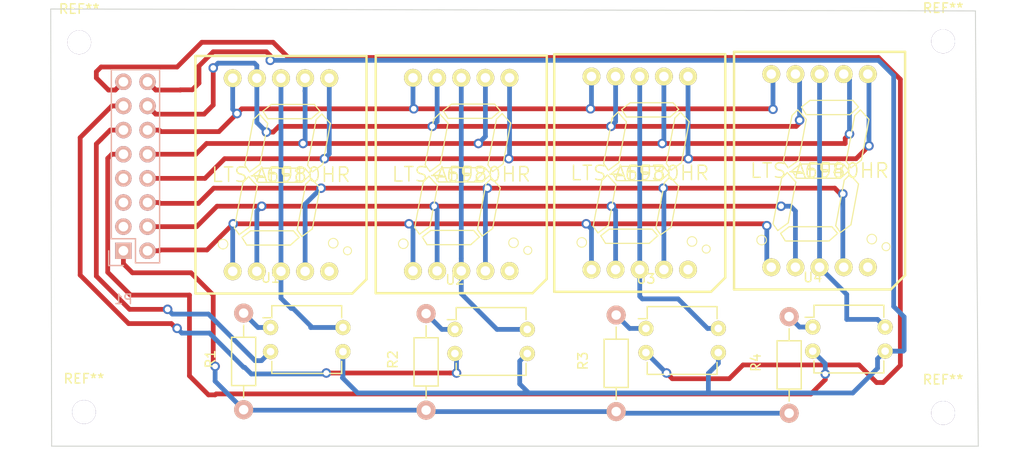
<source format=kicad_pcb>
(kicad_pcb (version 4) (host pcbnew "(2015-11-24 BZR 6329, Git e511afd)-product")

  (general
    (links 52)
    (no_connects 0)
    (area 112.314536 75.37488 220.383584 123.67418)
    (thickness 1.6)
    (drawings 4)
    (tracks 301)
    (zones 0)
    (modules 17)
    (nets 29)
  )

  (page A4)
  (layers
    (0 F.Cu signal)
    (31 B.Cu signal)
    (32 B.Adhes user)
    (33 F.Adhes user)
    (34 B.Paste user)
    (35 F.Paste user)
    (36 B.SilkS user)
    (37 F.SilkS user)
    (38 B.Mask user)
    (39 F.Mask user)
    (40 Dwgs.User user)
    (41 Cmts.User user)
    (42 Eco1.User user)
    (43 Eco2.User user)
    (44 Edge.Cuts user)
    (45 Margin user)
    (46 B.CrtYd user)
    (47 F.CrtYd user)
    (48 B.Fab user)
    (49 F.Fab user)
  )

  (setup
    (last_trace_width 0.25)
    (user_trace_width 0.5)
    (user_trace_width 0.7)
    (user_trace_width 0.9)
    (trace_clearance 0.2)
    (zone_clearance 0.508)
    (zone_45_only no)
    (trace_min 0.2)
    (segment_width 0.2)
    (edge_width 0.1)
    (via_size 0.6)
    (via_drill 0.4)
    (via_min_size 0.4)
    (via_min_drill 0.3)
    (user_via 1 0.6)
    (uvia_size 0.3)
    (uvia_drill 0.1)
    (uvias_allowed no)
    (uvia_min_size 0.2)
    (uvia_min_drill 0.1)
    (pcb_text_width 0.3)
    (pcb_text_size 1.5 1.5)
    (mod_edge_width 0.15)
    (mod_text_size 1 1)
    (mod_text_width 0.15)
    (pad_size 1.5 1.5)
    (pad_drill 0.6)
    (pad_to_mask_clearance 0)
    (aux_axis_origin 0 0)
    (visible_elements FFFFFFFF)
    (pcbplotparams
      (layerselection 0x00000_80000001)
      (usegerberextensions false)
      (excludeedgelayer false)
      (linewidth 0.100000)
      (plotframeref false)
      (viasonmask false)
      (mode 1)
      (useauxorigin false)
      (hpglpennumber 1)
      (hpglpenspeed 20)
      (hpglpendiameter 15)
      (hpglpenoverlay 2)
      (psnegative false)
      (psa4output false)
      (plotreference true)
      (plotvalue true)
      (plotinvisibletext false)
      (padsonsilk false)
      (subtractmaskfromsilk false)
      (outputformat 4)
      (mirror false)
      (drillshape 2)
      (scaleselection 1)
      (outputdirectory ../print/))
  )

  (net 0 "")
  (net 1 /LE)
  (net 2 /LD)
  (net 3 "Net-(AFF1-Pad3)")
  (net 4 /LC)
  (net 5 "Net-(AFF1-Pad5)")
  (net 6 /LB)
  (net 7 /LA)
  (net 8 /LF)
  (net 9 /LG)
  (net 10 "Net-(AFF2-Pad3)")
  (net 11 "Net-(AFF2-Pad5)")
  (net 12 "Net-(AFF3-Pad3)")
  (net 13 "Net-(AFF3-Pad5)")
  (net 14 "Net-(AFF4-Pad3)")
  (net 15 "Net-(AFF4-Pad5)")
  (net 16 VCC)
  (net 17 "Net-(P1-Pad3)")
  (net 18 "Net-(P1-Pad5)")
  (net 19 "Net-(P1-Pad7)")
  (net 20 /DD)
  (net 21 /DC)
  (net 22 /DB)
  (net 23 /DA)
  (net 24 GND)
  (net 25 "Net-(R1-Pad2)")
  (net 26 "Net-(R2-Pad2)")
  (net 27 "Net-(R3-Pad2)")
  (net 28 "Net-(R4-Pad2)")

  (net_class Default "This is the default net class."
    (clearance 0.2)
    (trace_width 0.25)
    (via_dia 0.6)
    (via_drill 0.4)
    (uvia_dia 0.3)
    (uvia_drill 0.1)
    (add_net /DA)
    (add_net /DB)
    (add_net /DC)
    (add_net /DD)
    (add_net /LA)
    (add_net /LB)
    (add_net /LC)
    (add_net /LD)
    (add_net /LE)
    (add_net /LF)
    (add_net /LG)
    (add_net GND)
    (add_net "Net-(AFF1-Pad3)")
    (add_net "Net-(AFF1-Pad5)")
    (add_net "Net-(AFF2-Pad3)")
    (add_net "Net-(AFF2-Pad5)")
    (add_net "Net-(AFF3-Pad3)")
    (add_net "Net-(AFF3-Pad5)")
    (add_net "Net-(AFF4-Pad3)")
    (add_net "Net-(AFF4-Pad5)")
    (add_net "Net-(P1-Pad3)")
    (add_net "Net-(P1-Pad5)")
    (add_net "Net-(P1-Pad7)")
    (add_net "Net-(R1-Pad2)")
    (add_net "Net-(R2-Pad2)")
    (add_net "Net-(R3-Pad2)")
    (add_net "Net-(R4-Pad2)")
    (add_net VCC)
  )

  (module Pin_Headers:Pin_Header_Straight_2x08 (layer B.Cu) (tedit 0) (tstamp 566F58CB)
    (at 125.45 102.04)
    (descr "Through hole pin header")
    (tags "pin header")
    (path /566EBE70)
    (fp_text reference P1 (at 0 5.1) (layer B.SilkS)
      (effects (font (size 1 1) (thickness 0.15)) (justify mirror))
    )
    (fp_text value CONN_02X08 (at 0 3.1) (layer B.Fab)
      (effects (font (size 1 1) (thickness 0.15)) (justify mirror))
    )
    (fp_line (start -1.75 1.75) (end -1.75 -19.55) (layer B.CrtYd) (width 0.05))
    (fp_line (start 4.3 1.75) (end 4.3 -19.55) (layer B.CrtYd) (width 0.05))
    (fp_line (start -1.75 1.75) (end 4.3 1.75) (layer B.CrtYd) (width 0.05))
    (fp_line (start -1.75 -19.55) (end 4.3 -19.55) (layer B.CrtYd) (width 0.05))
    (fp_line (start 3.81 -19.05) (end 3.81 1.27) (layer B.SilkS) (width 0.15))
    (fp_line (start -1.27 -1.27) (end -1.27 -19.05) (layer B.SilkS) (width 0.15))
    (fp_line (start 3.81 -19.05) (end -1.27 -19.05) (layer B.SilkS) (width 0.15))
    (fp_line (start 3.81 1.27) (end 1.27 1.27) (layer B.SilkS) (width 0.15))
    (fp_line (start 0 1.55) (end -1.55 1.55) (layer B.SilkS) (width 0.15))
    (fp_line (start 1.27 1.27) (end 1.27 -1.27) (layer B.SilkS) (width 0.15))
    (fp_line (start 1.27 -1.27) (end -1.27 -1.27) (layer B.SilkS) (width 0.15))
    (fp_line (start -1.55 1.55) (end -1.55 0) (layer B.SilkS) (width 0.15))
    (pad 1 thru_hole rect (at 0 0) (size 1.7272 1.7272) (drill 1.016) (layers *.Cu *.Mask B.SilkS)
      (net 16 VCC))
    (pad 2 thru_hole oval (at 2.54 0) (size 1.7272 1.7272) (drill 1.016) (layers *.Cu *.Mask B.SilkS)
      (net 1 /LE))
    (pad 3 thru_hole oval (at 0 -2.54) (size 1.7272 1.7272) (drill 1.016) (layers *.Cu *.Mask B.SilkS)
      (net 17 "Net-(P1-Pad3)"))
    (pad 4 thru_hole oval (at 2.54 -2.54) (size 1.7272 1.7272) (drill 1.016) (layers *.Cu *.Mask B.SilkS)
      (net 2 /LD))
    (pad 5 thru_hole oval (at 0 -5.08) (size 1.7272 1.7272) (drill 1.016) (layers *.Cu *.Mask B.SilkS)
      (net 18 "Net-(P1-Pad5)"))
    (pad 6 thru_hole oval (at 2.54 -5.08) (size 1.7272 1.7272) (drill 1.016) (layers *.Cu *.Mask B.SilkS)
      (net 4 /LC))
    (pad 7 thru_hole oval (at 0 -7.62) (size 1.7272 1.7272) (drill 1.016) (layers *.Cu *.Mask B.SilkS)
      (net 19 "Net-(P1-Pad7)"))
    (pad 8 thru_hole oval (at 2.54 -7.62) (size 1.7272 1.7272) (drill 1.016) (layers *.Cu *.Mask B.SilkS)
      (net 6 /LB))
    (pad 9 thru_hole oval (at 0 -10.16) (size 1.7272 1.7272) (drill 1.016) (layers *.Cu *.Mask B.SilkS)
      (net 20 /DD))
    (pad 10 thru_hole oval (at 2.54 -10.16) (size 1.7272 1.7272) (drill 1.016) (layers *.Cu *.Mask B.SilkS)
      (net 7 /LA))
    (pad 11 thru_hole oval (at 0 -12.7) (size 1.7272 1.7272) (drill 1.016) (layers *.Cu *.Mask B.SilkS)
      (net 21 /DC))
    (pad 12 thru_hole oval (at 2.54 -12.7) (size 1.7272 1.7272) (drill 1.016) (layers *.Cu *.Mask B.SilkS)
      (net 9 /LG))
    (pad 13 thru_hole oval (at 0 -15.24) (size 1.7272 1.7272) (drill 1.016) (layers *.Cu *.Mask B.SilkS)
      (net 22 /DB))
    (pad 14 thru_hole oval (at 2.54 -15.24) (size 1.7272 1.7272) (drill 1.016) (layers *.Cu *.Mask B.SilkS)
      (net 8 /LF))
    (pad 15 thru_hole oval (at 0 -17.78) (size 1.7272 1.7272) (drill 1.016) (layers *.Cu *.Mask B.SilkS)
      (net 23 /DA))
    (pad 16 thru_hole oval (at 2.54 -17.78) (size 1.7272 1.7272) (drill 1.016) (layers *.Cu *.Mask B.SilkS)
      (net 24 GND))
    (model Pin_Headers.3dshapes/Pin_Header_Straight_2x08.wrl
      (at (xyz 0.05 -0.35 0))
      (scale (xyz 1 1 1))
      (rotate (xyz 0 0 90))
    )
  )

  (module SparkFun:SparkFun-7-SEGMENT-1%22PTH (layer F.Cu) (tedit 200000) (tstamp 566F588D)
    (at 142.03 94.04)
    (descr "7 SEGMENT DISPLAY STOREFRONT SKU#: COM-08546")
    (tags "7 SEGMENT DISPLAY STOREFRONT SKU#: COM-08546")
    (path /566EC076)
    (attr virtual)
    (fp_text reference AFF1 (at 0 0) (layer F.SilkS)
      (effects (font (thickness 0.15)))
    )
    (fp_text value LTS-6980HR (at 0 0) (layer F.SilkS)
      (effects (font (thickness 0.15)))
    )
    (fp_line (start -8.99922 12.49934) (end -8.99922 -12.49934) (layer F.SilkS) (width 0.254))
    (fp_line (start -8.99922 -12.49934) (end 8.99922 -12.49934) (layer F.SilkS) (width 0.254))
    (fp_line (start 8.99922 -12.49934) (end 8.99922 10.9982) (layer F.SilkS) (width 0.254))
    (fp_line (start 7.49808 12.49934) (end -8.99922 12.49934) (layer F.SilkS) (width 0.254))
    (fp_line (start -2.2987 -6.39826) (end -1.39954 -5.3975) (layer F.SilkS) (width 0.127))
    (fp_line (start -1.39954 -5.3975) (end -2.19964 -1.09982) (layer F.SilkS) (width 0.127))
    (fp_line (start -2.19964 -1.09982) (end -3.29946 -0.29972) (layer F.SilkS) (width 0.127))
    (fp_line (start -3.29946 -0.29972) (end -3.79984 -0.99822) (layer F.SilkS) (width 0.127))
    (fp_line (start -3.79984 -0.99822) (end -2.89814 -5.79882) (layer F.SilkS) (width 0.127))
    (fp_line (start -2.89814 -5.79882) (end -2.2987 -6.39826) (layer F.SilkS) (width 0.127))
    (fp_line (start -2.89814 0) (end -1.99898 -0.6985) (layer F.SilkS) (width 0.127))
    (fp_line (start -1.99898 -0.6985) (end 2.49936 -0.6985) (layer F.SilkS) (width 0.127))
    (fp_line (start 2.49936 -0.6985) (end 3.0988 0) (layer F.SilkS) (width 0.127))
    (fp_line (start 3.0988 0) (end 2.19964 0.79756) (layer F.SilkS) (width 0.127))
    (fp_line (start 2.19964 0.79756) (end -2.39776 0.79756) (layer F.SilkS) (width 0.127))
    (fp_line (start -2.39776 0.79756) (end -2.89814 0) (layer F.SilkS) (width 0.127))
    (fp_line (start 4.29768 -6.39826) (end 5.19938 -5.3975) (layer F.SilkS) (width 0.127))
    (fp_line (start 5.19938 -5.3975) (end 4.39928 -1.09982) (layer F.SilkS) (width 0.127))
    (fp_line (start 4.39928 -1.09982) (end 3.29946 -0.29972) (layer F.SilkS) (width 0.127))
    (fp_line (start 3.29946 -0.29972) (end 2.79908 -0.99822) (layer F.SilkS) (width 0.127))
    (fp_line (start 2.79908 -0.99822) (end 3.69824 -5.79882) (layer F.SilkS) (width 0.127))
    (fp_line (start 3.69824 -5.79882) (end 4.29768 -6.39826) (layer F.SilkS) (width 0.127))
    (fp_line (start -3.39852 0.19812) (end -2.49936 1.19888) (layer F.SilkS) (width 0.127))
    (fp_line (start -2.49936 1.19888) (end -3.29946 5.4991) (layer F.SilkS) (width 0.127))
    (fp_line (start -3.29946 5.4991) (end -4.39928 6.2992) (layer F.SilkS) (width 0.127))
    (fp_line (start -4.39928 6.2992) (end -4.89966 5.59816) (layer F.SilkS) (width 0.127))
    (fp_line (start -4.89966 5.59816) (end -3.99796 0.79756) (layer F.SilkS) (width 0.127))
    (fp_line (start -3.99796 0.79756) (end -3.39852 0.19812) (layer F.SilkS) (width 0.127))
    (fp_line (start 3.19786 0.39878) (end 4.09956 1.39954) (layer F.SilkS) (width 0.127))
    (fp_line (start 4.09956 1.39954) (end 3.29946 5.69976) (layer F.SilkS) (width 0.127))
    (fp_line (start 3.29946 5.69976) (end 2.19964 6.49986) (layer F.SilkS) (width 0.127))
    (fp_line (start 2.19964 6.49986) (end 1.69926 5.79882) (layer F.SilkS) (width 0.127))
    (fp_line (start 1.69926 5.79882) (end 2.59842 0.99822) (layer F.SilkS) (width 0.127))
    (fp_line (start 2.59842 0.99822) (end 3.19786 0.39878) (layer F.SilkS) (width 0.127))
    (fp_line (start -1.89992 -6.69798) (end -0.99822 -7.39902) (layer F.SilkS) (width 0.127))
    (fp_line (start -0.99822 -7.39902) (end 3.49758 -7.39902) (layer F.SilkS) (width 0.127))
    (fp_line (start 3.49758 -7.39902) (end 4.09956 -6.69798) (layer F.SilkS) (width 0.127))
    (fp_line (start 4.09956 -6.69798) (end 3.19786 -5.89788) (layer F.SilkS) (width 0.127))
    (fp_line (start 3.19786 -5.89788) (end -1.39954 -5.89788) (layer F.SilkS) (width 0.127))
    (fp_line (start -1.39954 -5.89788) (end -1.89992 -6.69798) (layer F.SilkS) (width 0.127))
    (fp_line (start -4.09956 6.59892) (end -3.19786 5.89788) (layer F.SilkS) (width 0.127))
    (fp_line (start -3.19786 5.89788) (end 1.29794 5.89788) (layer F.SilkS) (width 0.127))
    (fp_line (start 1.29794 5.89788) (end 1.89992 6.59892) (layer F.SilkS) (width 0.127))
    (fp_line (start 1.89992 6.59892) (end 0.99822 7.39902) (layer F.SilkS) (width 0.127))
    (fp_line (start 0.99822 7.39902) (end -3.59918 7.39902) (layer F.SilkS) (width 0.127))
    (fp_line (start -3.59918 7.39902) (end -4.09956 6.59892) (layer F.SilkS) (width 0.127))
    (fp_line (start 8.99922 10.9982) (end 7.49808 12.49934) (layer F.SilkS) (width 0.254))
    (fp_circle (center 6.9977 7.99846) (end 7.29742 8.29818) (layer F.SilkS) (width 0.1016))
    (fp_circle (center 5.4991 7.19836) (end 5.85724 7.5565) (layer F.SilkS) (width 0.1016))
    (fp_circle (center -6.09854 7.29996) (end -6.45668 7.6581) (layer F.SilkS) (width 0.1016))
    (pad 1 thru_hole circle (at -5.08 10.16) (size 1.8796 1.8796) (drill 0.99822) (layers *.Cu F.Paste F.SilkS F.Mask)
      (net 1 /LE))
    (pad 2 thru_hole circle (at -2.54 10.16) (size 1.8796 1.8796) (drill 0.99822) (layers *.Cu F.Paste F.SilkS F.Mask)
      (net 2 /LD))
    (pad 3 thru_hole circle (at 0 10.16) (size 1.8796 1.8796) (drill 0.99822) (layers *.Cu F.Paste F.SilkS F.Mask)
      (net 3 "Net-(AFF1-Pad3)"))
    (pad 4 thru_hole circle (at 2.54 10.16) (size 1.8796 1.8796) (drill 0.99822) (layers *.Cu F.Paste F.SilkS F.Mask)
      (net 4 /LC))
    (pad 5 thru_hole circle (at 5.08 10.16) (size 1.8796 1.8796) (drill 0.99822) (layers *.Cu F.Paste F.SilkS F.Mask)
      (net 5 "Net-(AFF1-Pad5)"))
    (pad 6 thru_hole circle (at 5.08 -10.16) (size 1.8796 1.8796) (drill 0.99822) (layers *.Cu F.Paste F.SilkS F.Mask)
      (net 6 /LB))
    (pad 7 thru_hole circle (at 2.54 -10.16) (size 1.8796 1.8796) (drill 0.99822) (layers *.Cu F.Paste F.SilkS F.Mask)
      (net 7 /LA))
    (pad 8 thru_hole circle (at 0 -10.16) (size 1.8796 1.8796) (drill 0.99822) (layers *.Cu F.Paste F.SilkS F.Mask)
      (net 3 "Net-(AFF1-Pad3)"))
    (pad 9 thru_hole circle (at -2.54 -10.16) (size 1.8796 1.8796) (drill 0.99822) (layers *.Cu F.Paste F.SilkS F.Mask)
      (net 8 /LF))
    (pad 10 thru_hole circle (at -5.08 -10.16) (size 1.8796 1.8796) (drill 0.99822) (layers *.Cu F.Paste F.SilkS F.Mask)
      (net 9 /LG))
  )

  (module SparkFun:SparkFun-7-SEGMENT-1%22PTH (layer F.Cu) (tedit 200000) (tstamp 566F589B)
    (at 161 94)
    (descr "7 SEGMENT DISPLAY STOREFRONT SKU#: COM-08546")
    (tags "7 SEGMENT DISPLAY STOREFRONT SKU#: COM-08546")
    (path /566ED424)
    (attr virtual)
    (fp_text reference AFF2 (at 0 0) (layer F.SilkS)
      (effects (font (thickness 0.15)))
    )
    (fp_text value LTS-6980HR (at 0 0) (layer F.SilkS)
      (effects (font (thickness 0.15)))
    )
    (fp_line (start -8.99922 12.49934) (end -8.99922 -12.49934) (layer F.SilkS) (width 0.254))
    (fp_line (start -8.99922 -12.49934) (end 8.99922 -12.49934) (layer F.SilkS) (width 0.254))
    (fp_line (start 8.99922 -12.49934) (end 8.99922 10.9982) (layer F.SilkS) (width 0.254))
    (fp_line (start 7.49808 12.49934) (end -8.99922 12.49934) (layer F.SilkS) (width 0.254))
    (fp_line (start -2.2987 -6.39826) (end -1.39954 -5.3975) (layer F.SilkS) (width 0.127))
    (fp_line (start -1.39954 -5.3975) (end -2.19964 -1.09982) (layer F.SilkS) (width 0.127))
    (fp_line (start -2.19964 -1.09982) (end -3.29946 -0.29972) (layer F.SilkS) (width 0.127))
    (fp_line (start -3.29946 -0.29972) (end -3.79984 -0.99822) (layer F.SilkS) (width 0.127))
    (fp_line (start -3.79984 -0.99822) (end -2.89814 -5.79882) (layer F.SilkS) (width 0.127))
    (fp_line (start -2.89814 -5.79882) (end -2.2987 -6.39826) (layer F.SilkS) (width 0.127))
    (fp_line (start -2.89814 0) (end -1.99898 -0.6985) (layer F.SilkS) (width 0.127))
    (fp_line (start -1.99898 -0.6985) (end 2.49936 -0.6985) (layer F.SilkS) (width 0.127))
    (fp_line (start 2.49936 -0.6985) (end 3.0988 0) (layer F.SilkS) (width 0.127))
    (fp_line (start 3.0988 0) (end 2.19964 0.79756) (layer F.SilkS) (width 0.127))
    (fp_line (start 2.19964 0.79756) (end -2.39776 0.79756) (layer F.SilkS) (width 0.127))
    (fp_line (start -2.39776 0.79756) (end -2.89814 0) (layer F.SilkS) (width 0.127))
    (fp_line (start 4.29768 -6.39826) (end 5.19938 -5.3975) (layer F.SilkS) (width 0.127))
    (fp_line (start 5.19938 -5.3975) (end 4.39928 -1.09982) (layer F.SilkS) (width 0.127))
    (fp_line (start 4.39928 -1.09982) (end 3.29946 -0.29972) (layer F.SilkS) (width 0.127))
    (fp_line (start 3.29946 -0.29972) (end 2.79908 -0.99822) (layer F.SilkS) (width 0.127))
    (fp_line (start 2.79908 -0.99822) (end 3.69824 -5.79882) (layer F.SilkS) (width 0.127))
    (fp_line (start 3.69824 -5.79882) (end 4.29768 -6.39826) (layer F.SilkS) (width 0.127))
    (fp_line (start -3.39852 0.19812) (end -2.49936 1.19888) (layer F.SilkS) (width 0.127))
    (fp_line (start -2.49936 1.19888) (end -3.29946 5.4991) (layer F.SilkS) (width 0.127))
    (fp_line (start -3.29946 5.4991) (end -4.39928 6.2992) (layer F.SilkS) (width 0.127))
    (fp_line (start -4.39928 6.2992) (end -4.89966 5.59816) (layer F.SilkS) (width 0.127))
    (fp_line (start -4.89966 5.59816) (end -3.99796 0.79756) (layer F.SilkS) (width 0.127))
    (fp_line (start -3.99796 0.79756) (end -3.39852 0.19812) (layer F.SilkS) (width 0.127))
    (fp_line (start 3.19786 0.39878) (end 4.09956 1.39954) (layer F.SilkS) (width 0.127))
    (fp_line (start 4.09956 1.39954) (end 3.29946 5.69976) (layer F.SilkS) (width 0.127))
    (fp_line (start 3.29946 5.69976) (end 2.19964 6.49986) (layer F.SilkS) (width 0.127))
    (fp_line (start 2.19964 6.49986) (end 1.69926 5.79882) (layer F.SilkS) (width 0.127))
    (fp_line (start 1.69926 5.79882) (end 2.59842 0.99822) (layer F.SilkS) (width 0.127))
    (fp_line (start 2.59842 0.99822) (end 3.19786 0.39878) (layer F.SilkS) (width 0.127))
    (fp_line (start -1.89992 -6.69798) (end -0.99822 -7.39902) (layer F.SilkS) (width 0.127))
    (fp_line (start -0.99822 -7.39902) (end 3.49758 -7.39902) (layer F.SilkS) (width 0.127))
    (fp_line (start 3.49758 -7.39902) (end 4.09956 -6.69798) (layer F.SilkS) (width 0.127))
    (fp_line (start 4.09956 -6.69798) (end 3.19786 -5.89788) (layer F.SilkS) (width 0.127))
    (fp_line (start 3.19786 -5.89788) (end -1.39954 -5.89788) (layer F.SilkS) (width 0.127))
    (fp_line (start -1.39954 -5.89788) (end -1.89992 -6.69798) (layer F.SilkS) (width 0.127))
    (fp_line (start -4.09956 6.59892) (end -3.19786 5.89788) (layer F.SilkS) (width 0.127))
    (fp_line (start -3.19786 5.89788) (end 1.29794 5.89788) (layer F.SilkS) (width 0.127))
    (fp_line (start 1.29794 5.89788) (end 1.89992 6.59892) (layer F.SilkS) (width 0.127))
    (fp_line (start 1.89992 6.59892) (end 0.99822 7.39902) (layer F.SilkS) (width 0.127))
    (fp_line (start 0.99822 7.39902) (end -3.59918 7.39902) (layer F.SilkS) (width 0.127))
    (fp_line (start -3.59918 7.39902) (end -4.09956 6.59892) (layer F.SilkS) (width 0.127))
    (fp_line (start 8.99922 10.9982) (end 7.49808 12.49934) (layer F.SilkS) (width 0.254))
    (fp_circle (center 6.9977 7.99846) (end 7.29742 8.29818) (layer F.SilkS) (width 0.1016))
    (fp_circle (center 5.4991 7.19836) (end 5.85724 7.5565) (layer F.SilkS) (width 0.1016))
    (fp_circle (center -6.09854 7.29996) (end -6.45668 7.6581) (layer F.SilkS) (width 0.1016))
    (pad 1 thru_hole circle (at -5.08 10.16) (size 1.8796 1.8796) (drill 0.99822) (layers *.Cu F.Paste F.SilkS F.Mask)
      (net 1 /LE))
    (pad 2 thru_hole circle (at -2.54 10.16) (size 1.8796 1.8796) (drill 0.99822) (layers *.Cu F.Paste F.SilkS F.Mask)
      (net 2 /LD))
    (pad 3 thru_hole circle (at 0 10.16) (size 1.8796 1.8796) (drill 0.99822) (layers *.Cu F.Paste F.SilkS F.Mask)
      (net 10 "Net-(AFF2-Pad3)"))
    (pad 4 thru_hole circle (at 2.54 10.16) (size 1.8796 1.8796) (drill 0.99822) (layers *.Cu F.Paste F.SilkS F.Mask)
      (net 4 /LC))
    (pad 5 thru_hole circle (at 5.08 10.16) (size 1.8796 1.8796) (drill 0.99822) (layers *.Cu F.Paste F.SilkS F.Mask)
      (net 11 "Net-(AFF2-Pad5)"))
    (pad 6 thru_hole circle (at 5.08 -10.16) (size 1.8796 1.8796) (drill 0.99822) (layers *.Cu F.Paste F.SilkS F.Mask)
      (net 6 /LB))
    (pad 7 thru_hole circle (at 2.54 -10.16) (size 1.8796 1.8796) (drill 0.99822) (layers *.Cu F.Paste F.SilkS F.Mask)
      (net 7 /LA))
    (pad 8 thru_hole circle (at 0 -10.16) (size 1.8796 1.8796) (drill 0.99822) (layers *.Cu F.Paste F.SilkS F.Mask)
      (net 10 "Net-(AFF2-Pad3)"))
    (pad 9 thru_hole circle (at -2.54 -10.16) (size 1.8796 1.8796) (drill 0.99822) (layers *.Cu F.Paste F.SilkS F.Mask)
      (net 8 /LF))
    (pad 10 thru_hole circle (at -5.08 -10.16) (size 1.8796 1.8796) (drill 0.99822) (layers *.Cu F.Paste F.SilkS F.Mask)
      (net 9 /LG))
  )

  (module SparkFun:SparkFun-7-SEGMENT-1%22PTH (layer F.Cu) (tedit 200000) (tstamp 566F58A9)
    (at 179.78 93.86)
    (descr "7 SEGMENT DISPLAY STOREFRONT SKU#: COM-08546")
    (tags "7 SEGMENT DISPLAY STOREFRONT SKU#: COM-08546")
    (path /566ED5F9)
    (attr virtual)
    (fp_text reference AFF3 (at 0 0) (layer F.SilkS)
      (effects (font (thickness 0.15)))
    )
    (fp_text value LTS-6980HR (at 0 0) (layer F.SilkS)
      (effects (font (thickness 0.15)))
    )
    (fp_line (start -8.99922 12.49934) (end -8.99922 -12.49934) (layer F.SilkS) (width 0.254))
    (fp_line (start -8.99922 -12.49934) (end 8.99922 -12.49934) (layer F.SilkS) (width 0.254))
    (fp_line (start 8.99922 -12.49934) (end 8.99922 10.9982) (layer F.SilkS) (width 0.254))
    (fp_line (start 7.49808 12.49934) (end -8.99922 12.49934) (layer F.SilkS) (width 0.254))
    (fp_line (start -2.2987 -6.39826) (end -1.39954 -5.3975) (layer F.SilkS) (width 0.127))
    (fp_line (start -1.39954 -5.3975) (end -2.19964 -1.09982) (layer F.SilkS) (width 0.127))
    (fp_line (start -2.19964 -1.09982) (end -3.29946 -0.29972) (layer F.SilkS) (width 0.127))
    (fp_line (start -3.29946 -0.29972) (end -3.79984 -0.99822) (layer F.SilkS) (width 0.127))
    (fp_line (start -3.79984 -0.99822) (end -2.89814 -5.79882) (layer F.SilkS) (width 0.127))
    (fp_line (start -2.89814 -5.79882) (end -2.2987 -6.39826) (layer F.SilkS) (width 0.127))
    (fp_line (start -2.89814 0) (end -1.99898 -0.6985) (layer F.SilkS) (width 0.127))
    (fp_line (start -1.99898 -0.6985) (end 2.49936 -0.6985) (layer F.SilkS) (width 0.127))
    (fp_line (start 2.49936 -0.6985) (end 3.0988 0) (layer F.SilkS) (width 0.127))
    (fp_line (start 3.0988 0) (end 2.19964 0.79756) (layer F.SilkS) (width 0.127))
    (fp_line (start 2.19964 0.79756) (end -2.39776 0.79756) (layer F.SilkS) (width 0.127))
    (fp_line (start -2.39776 0.79756) (end -2.89814 0) (layer F.SilkS) (width 0.127))
    (fp_line (start 4.29768 -6.39826) (end 5.19938 -5.3975) (layer F.SilkS) (width 0.127))
    (fp_line (start 5.19938 -5.3975) (end 4.39928 -1.09982) (layer F.SilkS) (width 0.127))
    (fp_line (start 4.39928 -1.09982) (end 3.29946 -0.29972) (layer F.SilkS) (width 0.127))
    (fp_line (start 3.29946 -0.29972) (end 2.79908 -0.99822) (layer F.SilkS) (width 0.127))
    (fp_line (start 2.79908 -0.99822) (end 3.69824 -5.79882) (layer F.SilkS) (width 0.127))
    (fp_line (start 3.69824 -5.79882) (end 4.29768 -6.39826) (layer F.SilkS) (width 0.127))
    (fp_line (start -3.39852 0.19812) (end -2.49936 1.19888) (layer F.SilkS) (width 0.127))
    (fp_line (start -2.49936 1.19888) (end -3.29946 5.4991) (layer F.SilkS) (width 0.127))
    (fp_line (start -3.29946 5.4991) (end -4.39928 6.2992) (layer F.SilkS) (width 0.127))
    (fp_line (start -4.39928 6.2992) (end -4.89966 5.59816) (layer F.SilkS) (width 0.127))
    (fp_line (start -4.89966 5.59816) (end -3.99796 0.79756) (layer F.SilkS) (width 0.127))
    (fp_line (start -3.99796 0.79756) (end -3.39852 0.19812) (layer F.SilkS) (width 0.127))
    (fp_line (start 3.19786 0.39878) (end 4.09956 1.39954) (layer F.SilkS) (width 0.127))
    (fp_line (start 4.09956 1.39954) (end 3.29946 5.69976) (layer F.SilkS) (width 0.127))
    (fp_line (start 3.29946 5.69976) (end 2.19964 6.49986) (layer F.SilkS) (width 0.127))
    (fp_line (start 2.19964 6.49986) (end 1.69926 5.79882) (layer F.SilkS) (width 0.127))
    (fp_line (start 1.69926 5.79882) (end 2.59842 0.99822) (layer F.SilkS) (width 0.127))
    (fp_line (start 2.59842 0.99822) (end 3.19786 0.39878) (layer F.SilkS) (width 0.127))
    (fp_line (start -1.89992 -6.69798) (end -0.99822 -7.39902) (layer F.SilkS) (width 0.127))
    (fp_line (start -0.99822 -7.39902) (end 3.49758 -7.39902) (layer F.SilkS) (width 0.127))
    (fp_line (start 3.49758 -7.39902) (end 4.09956 -6.69798) (layer F.SilkS) (width 0.127))
    (fp_line (start 4.09956 -6.69798) (end 3.19786 -5.89788) (layer F.SilkS) (width 0.127))
    (fp_line (start 3.19786 -5.89788) (end -1.39954 -5.89788) (layer F.SilkS) (width 0.127))
    (fp_line (start -1.39954 -5.89788) (end -1.89992 -6.69798) (layer F.SilkS) (width 0.127))
    (fp_line (start -4.09956 6.59892) (end -3.19786 5.89788) (layer F.SilkS) (width 0.127))
    (fp_line (start -3.19786 5.89788) (end 1.29794 5.89788) (layer F.SilkS) (width 0.127))
    (fp_line (start 1.29794 5.89788) (end 1.89992 6.59892) (layer F.SilkS) (width 0.127))
    (fp_line (start 1.89992 6.59892) (end 0.99822 7.39902) (layer F.SilkS) (width 0.127))
    (fp_line (start 0.99822 7.39902) (end -3.59918 7.39902) (layer F.SilkS) (width 0.127))
    (fp_line (start -3.59918 7.39902) (end -4.09956 6.59892) (layer F.SilkS) (width 0.127))
    (fp_line (start 8.99922 10.9982) (end 7.49808 12.49934) (layer F.SilkS) (width 0.254))
    (fp_circle (center 6.9977 7.99846) (end 7.29742 8.29818) (layer F.SilkS) (width 0.1016))
    (fp_circle (center 5.4991 7.19836) (end 5.85724 7.5565) (layer F.SilkS) (width 0.1016))
    (fp_circle (center -6.09854 7.29996) (end -6.45668 7.6581) (layer F.SilkS) (width 0.1016))
    (pad 1 thru_hole circle (at -5.08 10.16) (size 1.8796 1.8796) (drill 0.99822) (layers *.Cu F.Paste F.SilkS F.Mask)
      (net 1 /LE))
    (pad 2 thru_hole circle (at -2.54 10.16) (size 1.8796 1.8796) (drill 0.99822) (layers *.Cu F.Paste F.SilkS F.Mask)
      (net 2 /LD))
    (pad 3 thru_hole circle (at 0 10.16) (size 1.8796 1.8796) (drill 0.99822) (layers *.Cu F.Paste F.SilkS F.Mask)
      (net 12 "Net-(AFF3-Pad3)"))
    (pad 4 thru_hole circle (at 2.54 10.16) (size 1.8796 1.8796) (drill 0.99822) (layers *.Cu F.Paste F.SilkS F.Mask)
      (net 4 /LC))
    (pad 5 thru_hole circle (at 5.08 10.16) (size 1.8796 1.8796) (drill 0.99822) (layers *.Cu F.Paste F.SilkS F.Mask)
      (net 13 "Net-(AFF3-Pad5)"))
    (pad 6 thru_hole circle (at 5.08 -10.16) (size 1.8796 1.8796) (drill 0.99822) (layers *.Cu F.Paste F.SilkS F.Mask)
      (net 6 /LB))
    (pad 7 thru_hole circle (at 2.54 -10.16) (size 1.8796 1.8796) (drill 0.99822) (layers *.Cu F.Paste F.SilkS F.Mask)
      (net 7 /LA))
    (pad 8 thru_hole circle (at 0 -10.16) (size 1.8796 1.8796) (drill 0.99822) (layers *.Cu F.Paste F.SilkS F.Mask)
      (net 12 "Net-(AFF3-Pad3)"))
    (pad 9 thru_hole circle (at -2.54 -10.16) (size 1.8796 1.8796) (drill 0.99822) (layers *.Cu F.Paste F.SilkS F.Mask)
      (net 8 /LF))
    (pad 10 thru_hole circle (at -5.08 -10.16) (size 1.8796 1.8796) (drill 0.99822) (layers *.Cu F.Paste F.SilkS F.Mask)
      (net 9 /LG))
  )

  (module SparkFun:SparkFun-7-SEGMENT-1%22PTH (layer F.Cu) (tedit 200000) (tstamp 566F58B7)
    (at 198.7 93.61)
    (descr "7 SEGMENT DISPLAY STOREFRONT SKU#: COM-08546")
    (tags "7 SEGMENT DISPLAY STOREFRONT SKU#: COM-08546")
    (path /566F6176)
    (attr virtual)
    (fp_text reference AFF4 (at 0 0) (layer F.SilkS)
      (effects (font (thickness 0.15)))
    )
    (fp_text value LTS-6980HR (at 0 0) (layer F.SilkS)
      (effects (font (thickness 0.15)))
    )
    (fp_line (start -8.99922 12.49934) (end -8.99922 -12.49934) (layer F.SilkS) (width 0.254))
    (fp_line (start -8.99922 -12.49934) (end 8.99922 -12.49934) (layer F.SilkS) (width 0.254))
    (fp_line (start 8.99922 -12.49934) (end 8.99922 10.9982) (layer F.SilkS) (width 0.254))
    (fp_line (start 7.49808 12.49934) (end -8.99922 12.49934) (layer F.SilkS) (width 0.254))
    (fp_line (start -2.2987 -6.39826) (end -1.39954 -5.3975) (layer F.SilkS) (width 0.127))
    (fp_line (start -1.39954 -5.3975) (end -2.19964 -1.09982) (layer F.SilkS) (width 0.127))
    (fp_line (start -2.19964 -1.09982) (end -3.29946 -0.29972) (layer F.SilkS) (width 0.127))
    (fp_line (start -3.29946 -0.29972) (end -3.79984 -0.99822) (layer F.SilkS) (width 0.127))
    (fp_line (start -3.79984 -0.99822) (end -2.89814 -5.79882) (layer F.SilkS) (width 0.127))
    (fp_line (start -2.89814 -5.79882) (end -2.2987 -6.39826) (layer F.SilkS) (width 0.127))
    (fp_line (start -2.89814 0) (end -1.99898 -0.6985) (layer F.SilkS) (width 0.127))
    (fp_line (start -1.99898 -0.6985) (end 2.49936 -0.6985) (layer F.SilkS) (width 0.127))
    (fp_line (start 2.49936 -0.6985) (end 3.0988 0) (layer F.SilkS) (width 0.127))
    (fp_line (start 3.0988 0) (end 2.19964 0.79756) (layer F.SilkS) (width 0.127))
    (fp_line (start 2.19964 0.79756) (end -2.39776 0.79756) (layer F.SilkS) (width 0.127))
    (fp_line (start -2.39776 0.79756) (end -2.89814 0) (layer F.SilkS) (width 0.127))
    (fp_line (start 4.29768 -6.39826) (end 5.19938 -5.3975) (layer F.SilkS) (width 0.127))
    (fp_line (start 5.19938 -5.3975) (end 4.39928 -1.09982) (layer F.SilkS) (width 0.127))
    (fp_line (start 4.39928 -1.09982) (end 3.29946 -0.29972) (layer F.SilkS) (width 0.127))
    (fp_line (start 3.29946 -0.29972) (end 2.79908 -0.99822) (layer F.SilkS) (width 0.127))
    (fp_line (start 2.79908 -0.99822) (end 3.69824 -5.79882) (layer F.SilkS) (width 0.127))
    (fp_line (start 3.69824 -5.79882) (end 4.29768 -6.39826) (layer F.SilkS) (width 0.127))
    (fp_line (start -3.39852 0.19812) (end -2.49936 1.19888) (layer F.SilkS) (width 0.127))
    (fp_line (start -2.49936 1.19888) (end -3.29946 5.4991) (layer F.SilkS) (width 0.127))
    (fp_line (start -3.29946 5.4991) (end -4.39928 6.2992) (layer F.SilkS) (width 0.127))
    (fp_line (start -4.39928 6.2992) (end -4.89966 5.59816) (layer F.SilkS) (width 0.127))
    (fp_line (start -4.89966 5.59816) (end -3.99796 0.79756) (layer F.SilkS) (width 0.127))
    (fp_line (start -3.99796 0.79756) (end -3.39852 0.19812) (layer F.SilkS) (width 0.127))
    (fp_line (start 3.19786 0.39878) (end 4.09956 1.39954) (layer F.SilkS) (width 0.127))
    (fp_line (start 4.09956 1.39954) (end 3.29946 5.69976) (layer F.SilkS) (width 0.127))
    (fp_line (start 3.29946 5.69976) (end 2.19964 6.49986) (layer F.SilkS) (width 0.127))
    (fp_line (start 2.19964 6.49986) (end 1.69926 5.79882) (layer F.SilkS) (width 0.127))
    (fp_line (start 1.69926 5.79882) (end 2.59842 0.99822) (layer F.SilkS) (width 0.127))
    (fp_line (start 2.59842 0.99822) (end 3.19786 0.39878) (layer F.SilkS) (width 0.127))
    (fp_line (start -1.89992 -6.69798) (end -0.99822 -7.39902) (layer F.SilkS) (width 0.127))
    (fp_line (start -0.99822 -7.39902) (end 3.49758 -7.39902) (layer F.SilkS) (width 0.127))
    (fp_line (start 3.49758 -7.39902) (end 4.09956 -6.69798) (layer F.SilkS) (width 0.127))
    (fp_line (start 4.09956 -6.69798) (end 3.19786 -5.89788) (layer F.SilkS) (width 0.127))
    (fp_line (start 3.19786 -5.89788) (end -1.39954 -5.89788) (layer F.SilkS) (width 0.127))
    (fp_line (start -1.39954 -5.89788) (end -1.89992 -6.69798) (layer F.SilkS) (width 0.127))
    (fp_line (start -4.09956 6.59892) (end -3.19786 5.89788) (layer F.SilkS) (width 0.127))
    (fp_line (start -3.19786 5.89788) (end 1.29794 5.89788) (layer F.SilkS) (width 0.127))
    (fp_line (start 1.29794 5.89788) (end 1.89992 6.59892) (layer F.SilkS) (width 0.127))
    (fp_line (start 1.89992 6.59892) (end 0.99822 7.39902) (layer F.SilkS) (width 0.127))
    (fp_line (start 0.99822 7.39902) (end -3.59918 7.39902) (layer F.SilkS) (width 0.127))
    (fp_line (start -3.59918 7.39902) (end -4.09956 6.59892) (layer F.SilkS) (width 0.127))
    (fp_line (start 8.99922 10.9982) (end 7.49808 12.49934) (layer F.SilkS) (width 0.254))
    (fp_circle (center 6.9977 7.99846) (end 7.29742 8.29818) (layer F.SilkS) (width 0.1016))
    (fp_circle (center 5.4991 7.19836) (end 5.85724 7.5565) (layer F.SilkS) (width 0.1016))
    (fp_circle (center -6.09854 7.29996) (end -6.45668 7.6581) (layer F.SilkS) (width 0.1016))
    (pad 1 thru_hole circle (at -5.08 10.16) (size 1.8796 1.8796) (drill 0.99822) (layers *.Cu F.Paste F.SilkS F.Mask)
      (net 1 /LE))
    (pad 2 thru_hole circle (at -2.54 10.16) (size 1.8796 1.8796) (drill 0.99822) (layers *.Cu F.Paste F.SilkS F.Mask)
      (net 2 /LD))
    (pad 3 thru_hole circle (at 0 10.16) (size 1.8796 1.8796) (drill 0.99822) (layers *.Cu F.Paste F.SilkS F.Mask)
      (net 14 "Net-(AFF4-Pad3)"))
    (pad 4 thru_hole circle (at 2.54 10.16) (size 1.8796 1.8796) (drill 0.99822) (layers *.Cu F.Paste F.SilkS F.Mask)
      (net 4 /LC))
    (pad 5 thru_hole circle (at 5.08 10.16) (size 1.8796 1.8796) (drill 0.99822) (layers *.Cu F.Paste F.SilkS F.Mask)
      (net 15 "Net-(AFF4-Pad5)"))
    (pad 6 thru_hole circle (at 5.08 -10.16) (size 1.8796 1.8796) (drill 0.99822) (layers *.Cu F.Paste F.SilkS F.Mask)
      (net 6 /LB))
    (pad 7 thru_hole circle (at 2.54 -10.16) (size 1.8796 1.8796) (drill 0.99822) (layers *.Cu F.Paste F.SilkS F.Mask)
      (net 7 /LA))
    (pad 8 thru_hole circle (at 0 -10.16) (size 1.8796 1.8796) (drill 0.99822) (layers *.Cu F.Paste F.SilkS F.Mask)
      (net 14 "Net-(AFF4-Pad3)"))
    (pad 9 thru_hole circle (at -2.54 -10.16) (size 1.8796 1.8796) (drill 0.99822) (layers *.Cu F.Paste F.SilkS F.Mask)
      (net 8 /LF))
    (pad 10 thru_hole circle (at -5.08 -10.16) (size 1.8796 1.8796) (drill 0.99822) (layers *.Cu F.Paste F.SilkS F.Mask)
      (net 9 /LG))
  )

  (module Resistors_ThroughHole:Resistor_Horizontal_RM10mm (layer F.Cu) (tedit 53F56209) (tstamp 566F58D1)
    (at 138.1 113.68 90)
    (descr "Resistor, Axial,  RM 10mm, 1/3W,")
    (tags "Resistor, Axial, RM 10mm, 1/3W,")
    (path /566ECAF8)
    (fp_text reference R1 (at 0.24892 -3.50012 90) (layer F.SilkS)
      (effects (font (size 1 1) (thickness 0.15)))
    )
    (fp_text value 330 (at 3.81 3.81 90) (layer F.Fab)
      (effects (font (size 1 1) (thickness 0.15)))
    )
    (fp_line (start -2.54 -1.27) (end 2.54 -1.27) (layer F.SilkS) (width 0.15))
    (fp_line (start 2.54 -1.27) (end 2.54 1.27) (layer F.SilkS) (width 0.15))
    (fp_line (start 2.54 1.27) (end -2.54 1.27) (layer F.SilkS) (width 0.15))
    (fp_line (start -2.54 1.27) (end -2.54 -1.27) (layer F.SilkS) (width 0.15))
    (fp_line (start -2.54 0) (end -3.81 0) (layer F.SilkS) (width 0.15))
    (fp_line (start 2.54 0) (end 3.81 0) (layer F.SilkS) (width 0.15))
    (pad 1 thru_hole circle (at -5.08 0 90) (size 1.99898 1.99898) (drill 1.00076) (layers *.Cu *.SilkS *.Mask)
      (net 16 VCC))
    (pad 2 thru_hole circle (at 5.08 0 90) (size 1.99898 1.99898) (drill 1.00076) (layers *.Cu *.SilkS *.Mask)
      (net 25 "Net-(R1-Pad2)"))
    (model Resistors_ThroughHole.3dshapes/Resistor_Horizontal_RM10mm.wrl
      (at (xyz 0 0 0))
      (scale (xyz 0.4 0.4 0.4))
      (rotate (xyz 0 0 0))
    )
  )

  (module Resistors_ThroughHole:Resistor_Horizontal_RM10mm (layer F.Cu) (tedit 53F56209) (tstamp 566F58D7)
    (at 157.3 113.73 90)
    (descr "Resistor, Axial,  RM 10mm, 1/3W,")
    (tags "Resistor, Axial, RM 10mm, 1/3W,")
    (path /566ED448)
    (fp_text reference R2 (at 0.24892 -3.50012 90) (layer F.SilkS)
      (effects (font (size 1 1) (thickness 0.15)))
    )
    (fp_text value 330 (at 3.81 3.81 90) (layer F.Fab)
      (effects (font (size 1 1) (thickness 0.15)))
    )
    (fp_line (start -2.54 -1.27) (end 2.54 -1.27) (layer F.SilkS) (width 0.15))
    (fp_line (start 2.54 -1.27) (end 2.54 1.27) (layer F.SilkS) (width 0.15))
    (fp_line (start 2.54 1.27) (end -2.54 1.27) (layer F.SilkS) (width 0.15))
    (fp_line (start -2.54 1.27) (end -2.54 -1.27) (layer F.SilkS) (width 0.15))
    (fp_line (start -2.54 0) (end -3.81 0) (layer F.SilkS) (width 0.15))
    (fp_line (start 2.54 0) (end 3.81 0) (layer F.SilkS) (width 0.15))
    (pad 1 thru_hole circle (at -5.08 0 90) (size 1.99898 1.99898) (drill 1.00076) (layers *.Cu *.SilkS *.Mask)
      (net 16 VCC))
    (pad 2 thru_hole circle (at 5.08 0 90) (size 1.99898 1.99898) (drill 1.00076) (layers *.Cu *.SilkS *.Mask)
      (net 26 "Net-(R2-Pad2)"))
    (model Resistors_ThroughHole.3dshapes/Resistor_Horizontal_RM10mm.wrl
      (at (xyz 0 0 0))
      (scale (xyz 0.4 0.4 0.4))
      (rotate (xyz 0 0 0))
    )
  )

  (module Resistors_ThroughHole:Resistor_Horizontal_RM10mm (layer F.Cu) (tedit 53F56209) (tstamp 566F58DD)
    (at 177.3 113.88 90)
    (descr "Resistor, Axial,  RM 10mm, 1/3W,")
    (tags "Resistor, Axial, RM 10mm, 1/3W,")
    (path /566ED61D)
    (fp_text reference R3 (at 0.24892 -3.50012 90) (layer F.SilkS)
      (effects (font (size 1 1) (thickness 0.15)))
    )
    (fp_text value 330 (at 3.81 3.81 90) (layer F.Fab)
      (effects (font (size 1 1) (thickness 0.15)))
    )
    (fp_line (start -2.54 -1.27) (end 2.54 -1.27) (layer F.SilkS) (width 0.15))
    (fp_line (start 2.54 -1.27) (end 2.54 1.27) (layer F.SilkS) (width 0.15))
    (fp_line (start 2.54 1.27) (end -2.54 1.27) (layer F.SilkS) (width 0.15))
    (fp_line (start -2.54 1.27) (end -2.54 -1.27) (layer F.SilkS) (width 0.15))
    (fp_line (start -2.54 0) (end -3.81 0) (layer F.SilkS) (width 0.15))
    (fp_line (start 2.54 0) (end 3.81 0) (layer F.SilkS) (width 0.15))
    (pad 1 thru_hole circle (at -5.08 0 90) (size 1.99898 1.99898) (drill 1.00076) (layers *.Cu *.SilkS *.Mask)
      (net 16 VCC))
    (pad 2 thru_hole circle (at 5.08 0 90) (size 1.99898 1.99898) (drill 1.00076) (layers *.Cu *.SilkS *.Mask)
      (net 27 "Net-(R3-Pad2)"))
    (model Resistors_ThroughHole.3dshapes/Resistor_Horizontal_RM10mm.wrl
      (at (xyz 0 0 0))
      (scale (xyz 0.4 0.4 0.4))
      (rotate (xyz 0 0 0))
    )
  )

  (module Resistors_ThroughHole:Resistor_Horizontal_RM10mm (layer F.Cu) (tedit 53F56209) (tstamp 566F58E3)
    (at 195.5 114.05 90)
    (descr "Resistor, Axial,  RM 10mm, 1/3W,")
    (tags "Resistor, Axial, RM 10mm, 1/3W,")
    (path /566F618F)
    (fp_text reference R4 (at 0.24892 -3.50012 90) (layer F.SilkS)
      (effects (font (size 1 1) (thickness 0.15)))
    )
    (fp_text value 330 (at 3.81 3.81 90) (layer F.Fab)
      (effects (font (size 1 1) (thickness 0.15)))
    )
    (fp_line (start -2.54 -1.27) (end 2.54 -1.27) (layer F.SilkS) (width 0.15))
    (fp_line (start 2.54 -1.27) (end 2.54 1.27) (layer F.SilkS) (width 0.15))
    (fp_line (start 2.54 1.27) (end -2.54 1.27) (layer F.SilkS) (width 0.15))
    (fp_line (start -2.54 1.27) (end -2.54 -1.27) (layer F.SilkS) (width 0.15))
    (fp_line (start -2.54 0) (end -3.81 0) (layer F.SilkS) (width 0.15))
    (fp_line (start 2.54 0) (end 3.81 0) (layer F.SilkS) (width 0.15))
    (pad 1 thru_hole circle (at -5.08 0 90) (size 1.99898 1.99898) (drill 1.00076) (layers *.Cu *.SilkS *.Mask)
      (net 16 VCC))
    (pad 2 thru_hole circle (at 5.08 0 90) (size 1.99898 1.99898) (drill 1.00076) (layers *.Cu *.SilkS *.Mask)
      (net 28 "Net-(R4-Pad2)"))
    (model Resistors_ThroughHole.3dshapes/Resistor_Horizontal_RM10mm.wrl
      (at (xyz 0 0 0))
      (scale (xyz 0.4 0.4 0.4))
      (rotate (xyz 0 0 0))
    )
  )

  (module Housings_DIP:DIP-4_W7.62mm (layer F.Cu) (tedit 54130A77) (tstamp 566F58EB)
    (at 140.93 110.11)
    (descr "4-lead dip package, row spacing 7.62 mm (300 mils)")
    (tags "dil dip 2.54 300")
    (path /566EC52C)
    (fp_text reference U1 (at 0 -5.22) (layer F.SilkS)
      (effects (font (size 1 1) (thickness 0.15)))
    )
    (fp_text value PC817 (at 0 -3.72) (layer F.Fab)
      (effects (font (size 1 1) (thickness 0.15)))
    )
    (fp_line (start -1.05 -2.45) (end -1.05 5) (layer F.CrtYd) (width 0.05))
    (fp_line (start 8.65 -2.45) (end 8.65 5) (layer F.CrtYd) (width 0.05))
    (fp_line (start -1.05 -2.45) (end 8.65 -2.45) (layer F.CrtYd) (width 0.05))
    (fp_line (start -1.05 5) (end 8.65 5) (layer F.CrtYd) (width 0.05))
    (fp_line (start 0.135 -2.295) (end 0.135 -1.025) (layer F.SilkS) (width 0.15))
    (fp_line (start 7.485 -2.295) (end 7.485 -1.025) (layer F.SilkS) (width 0.15))
    (fp_line (start 7.485 4.835) (end 7.485 3.565) (layer F.SilkS) (width 0.15))
    (fp_line (start 0.135 4.835) (end 0.135 3.565) (layer F.SilkS) (width 0.15))
    (fp_line (start 0.135 -2.295) (end 7.485 -2.295) (layer F.SilkS) (width 0.15))
    (fp_line (start 0.135 4.835) (end 7.485 4.835) (layer F.SilkS) (width 0.15))
    (fp_line (start 0.135 -1.025) (end -0.8 -1.025) (layer F.SilkS) (width 0.15))
    (pad 1 thru_hole oval (at 0 0) (size 1.6 1.6) (drill 0.8) (layers *.Cu *.Mask F.SilkS)
      (net 25 "Net-(R1-Pad2)"))
    (pad 2 thru_hole oval (at 0 2.54) (size 1.6 1.6) (drill 0.8) (layers *.Cu *.Mask F.SilkS)
      (net 21 /DC))
    (pad 3 thru_hole oval (at 7.62 2.54) (size 1.6 1.6) (drill 0.8) (layers *.Cu *.Mask F.SilkS)
      (net 24 GND))
    (pad 4 thru_hole oval (at 7.62 0) (size 1.6 1.6) (drill 0.8) (layers *.Cu *.Mask F.SilkS)
      (net 3 "Net-(AFF1-Pad3)"))
    (model Housings_DIP.3dshapes/DIP-4_W7.62mm.wrl
      (at (xyz 0 0 0))
      (scale (xyz 1 1 1))
      (rotate (xyz 0 0 0))
    )
  )

  (module Housings_DIP:DIP-4_W7.62mm (layer F.Cu) (tedit 54130A77) (tstamp 566F58F3)
    (at 160.33 110.31)
    (descr "4-lead dip package, row spacing 7.62 mm (300 mils)")
    (tags "dil dip 2.54 300")
    (path /566ED438)
    (fp_text reference U2 (at 0 -5.22) (layer F.SilkS)
      (effects (font (size 1 1) (thickness 0.15)))
    )
    (fp_text value PC817 (at 0 -3.72) (layer F.Fab)
      (effects (font (size 1 1) (thickness 0.15)))
    )
    (fp_line (start -1.05 -2.45) (end -1.05 5) (layer F.CrtYd) (width 0.05))
    (fp_line (start 8.65 -2.45) (end 8.65 5) (layer F.CrtYd) (width 0.05))
    (fp_line (start -1.05 -2.45) (end 8.65 -2.45) (layer F.CrtYd) (width 0.05))
    (fp_line (start -1.05 5) (end 8.65 5) (layer F.CrtYd) (width 0.05))
    (fp_line (start 0.135 -2.295) (end 0.135 -1.025) (layer F.SilkS) (width 0.15))
    (fp_line (start 7.485 -2.295) (end 7.485 -1.025) (layer F.SilkS) (width 0.15))
    (fp_line (start 7.485 4.835) (end 7.485 3.565) (layer F.SilkS) (width 0.15))
    (fp_line (start 0.135 4.835) (end 0.135 3.565) (layer F.SilkS) (width 0.15))
    (fp_line (start 0.135 -2.295) (end 7.485 -2.295) (layer F.SilkS) (width 0.15))
    (fp_line (start 0.135 4.835) (end 7.485 4.835) (layer F.SilkS) (width 0.15))
    (fp_line (start 0.135 -1.025) (end -0.8 -1.025) (layer F.SilkS) (width 0.15))
    (pad 1 thru_hole oval (at 0 0) (size 1.6 1.6) (drill 0.8) (layers *.Cu *.Mask F.SilkS)
      (net 26 "Net-(R2-Pad2)"))
    (pad 2 thru_hole oval (at 0 2.54) (size 1.6 1.6) (drill 0.8) (layers *.Cu *.Mask F.SilkS)
      (net 22 /DB))
    (pad 3 thru_hole oval (at 7.62 2.54) (size 1.6 1.6) (drill 0.8) (layers *.Cu *.Mask F.SilkS)
      (net 24 GND))
    (pad 4 thru_hole oval (at 7.62 0) (size 1.6 1.6) (drill 0.8) (layers *.Cu *.Mask F.SilkS)
      (net 10 "Net-(AFF2-Pad3)"))
    (model Housings_DIP.3dshapes/DIP-4_W7.62mm.wrl
      (at (xyz 0 0 0))
      (scale (xyz 1 1 1))
      (rotate (xyz 0 0 0))
    )
  )

  (module Housings_DIP:DIP-4_W7.62mm (layer F.Cu) (tedit 54130A77) (tstamp 566F58FB)
    (at 180.43 110.21)
    (descr "4-lead dip package, row spacing 7.62 mm (300 mils)")
    (tags "dil dip 2.54 300")
    (path /566ED60D)
    (fp_text reference U3 (at 0 -5.22) (layer F.SilkS)
      (effects (font (size 1 1) (thickness 0.15)))
    )
    (fp_text value PC817 (at 0 -3.72) (layer F.Fab)
      (effects (font (size 1 1) (thickness 0.15)))
    )
    (fp_line (start -1.05 -2.45) (end -1.05 5) (layer F.CrtYd) (width 0.05))
    (fp_line (start 8.65 -2.45) (end 8.65 5) (layer F.CrtYd) (width 0.05))
    (fp_line (start -1.05 -2.45) (end 8.65 -2.45) (layer F.CrtYd) (width 0.05))
    (fp_line (start -1.05 5) (end 8.65 5) (layer F.CrtYd) (width 0.05))
    (fp_line (start 0.135 -2.295) (end 0.135 -1.025) (layer F.SilkS) (width 0.15))
    (fp_line (start 7.485 -2.295) (end 7.485 -1.025) (layer F.SilkS) (width 0.15))
    (fp_line (start 7.485 4.835) (end 7.485 3.565) (layer F.SilkS) (width 0.15))
    (fp_line (start 0.135 4.835) (end 0.135 3.565) (layer F.SilkS) (width 0.15))
    (fp_line (start 0.135 -2.295) (end 7.485 -2.295) (layer F.SilkS) (width 0.15))
    (fp_line (start 0.135 4.835) (end 7.485 4.835) (layer F.SilkS) (width 0.15))
    (fp_line (start 0.135 -1.025) (end -0.8 -1.025) (layer F.SilkS) (width 0.15))
    (pad 1 thru_hole oval (at 0 0) (size 1.6 1.6) (drill 0.8) (layers *.Cu *.Mask F.SilkS)
      (net 27 "Net-(R3-Pad2)"))
    (pad 2 thru_hole oval (at 0 2.54) (size 1.6 1.6) (drill 0.8) (layers *.Cu *.Mask F.SilkS)
      (net 23 /DA))
    (pad 3 thru_hole oval (at 7.62 2.54) (size 1.6 1.6) (drill 0.8) (layers *.Cu *.Mask F.SilkS)
      (net 24 GND))
    (pad 4 thru_hole oval (at 7.62 0) (size 1.6 1.6) (drill 0.8) (layers *.Cu *.Mask F.SilkS)
      (net 12 "Net-(AFF3-Pad3)"))
    (model Housings_DIP.3dshapes/DIP-4_W7.62mm.wrl
      (at (xyz 0 0 0))
      (scale (xyz 1 1 1))
      (rotate (xyz 0 0 0))
    )
  )

  (module Housings_DIP:DIP-4_W7.62mm (layer F.Cu) (tedit 54130A77) (tstamp 566F5903)
    (at 197.98 110.06)
    (descr "4-lead dip package, row spacing 7.62 mm (300 mils)")
    (tags "dil dip 2.54 300")
    (path /566F6183)
    (fp_text reference U4 (at 0 -5.22) (layer F.SilkS)
      (effects (font (size 1 1) (thickness 0.15)))
    )
    (fp_text value PC817 (at 0 -3.72) (layer F.Fab)
      (effects (font (size 1 1) (thickness 0.15)))
    )
    (fp_line (start -1.05 -2.45) (end -1.05 5) (layer F.CrtYd) (width 0.05))
    (fp_line (start 8.65 -2.45) (end 8.65 5) (layer F.CrtYd) (width 0.05))
    (fp_line (start -1.05 -2.45) (end 8.65 -2.45) (layer F.CrtYd) (width 0.05))
    (fp_line (start -1.05 5) (end 8.65 5) (layer F.CrtYd) (width 0.05))
    (fp_line (start 0.135 -2.295) (end 0.135 -1.025) (layer F.SilkS) (width 0.15))
    (fp_line (start 7.485 -2.295) (end 7.485 -1.025) (layer F.SilkS) (width 0.15))
    (fp_line (start 7.485 4.835) (end 7.485 3.565) (layer F.SilkS) (width 0.15))
    (fp_line (start 0.135 4.835) (end 0.135 3.565) (layer F.SilkS) (width 0.15))
    (fp_line (start 0.135 -2.295) (end 7.485 -2.295) (layer F.SilkS) (width 0.15))
    (fp_line (start 0.135 4.835) (end 7.485 4.835) (layer F.SilkS) (width 0.15))
    (fp_line (start 0.135 -1.025) (end -0.8 -1.025) (layer F.SilkS) (width 0.15))
    (pad 1 thru_hole oval (at 0 0) (size 1.6 1.6) (drill 0.8) (layers *.Cu *.Mask F.SilkS)
      (net 28 "Net-(R4-Pad2)"))
    (pad 2 thru_hole oval (at 0 2.54) (size 1.6 1.6) (drill 0.8) (layers *.Cu *.Mask F.SilkS)
      (net 20 /DD))
    (pad 3 thru_hole oval (at 7.62 2.54) (size 1.6 1.6) (drill 0.8) (layers *.Cu *.Mask F.SilkS)
      (net 24 GND))
    (pad 4 thru_hole oval (at 7.62 0) (size 1.6 1.6) (drill 0.8) (layers *.Cu *.Mask F.SilkS)
      (net 14 "Net-(AFF4-Pad3)"))
    (model Housings_DIP.3dshapes/DIP-4_W7.62mm.wrl
      (at (xyz 0 0 0))
      (scale (xyz 1 1 1))
      (rotate (xyz 0 0 0))
    )
  )

  (module Mounting_Holes:MountingHole_2-5mm (layer F.Cu) (tedit 0) (tstamp 566FAF3D)
    (at 121.3 119)
    (descr "Mounting hole, Befestigungsbohrung, 2,5mm, No Annular, Kein Restring,")
    (tags "Mounting hole, Befestigungsbohrung, 2,5mm, No Annular, Kein Restring,")
    (fp_text reference REF** (at 0 -3.50012) (layer F.SilkS)
      (effects (font (size 1 1) (thickness 0.15)))
    )
    (fp_text value MountingHole_2-5mm (at 0.09906 3.59918) (layer F.Fab)
      (effects (font (size 1 1) (thickness 0.15)))
    )
    (fp_circle (center 0 0) (end 2.5 0) (layer Cmts.User) (width 0.381))
    (pad 1 thru_hole circle (at 0 0) (size 2.5 2.5) (drill 2.5) (layers))
  )

  (module Mounting_Holes:MountingHole_2-5mm (layer F.Cu) (tedit 0) (tstamp 566FAF43)
    (at 211.7 80)
    (descr "Mounting hole, Befestigungsbohrung, 2,5mm, No Annular, Kein Restring,")
    (tags "Mounting hole, Befestigungsbohrung, 2,5mm, No Annular, Kein Restring,")
    (fp_text reference REF** (at 0 -3.50012) (layer F.SilkS)
      (effects (font (size 1 1) (thickness 0.15)))
    )
    (fp_text value MountingHole_2-5mm (at 0.09906 3.59918) (layer F.Fab)
      (effects (font (size 1 1) (thickness 0.15)))
    )
    (fp_circle (center 0 0) (end 2.5 0) (layer Cmts.User) (width 0.381))
    (pad 1 thru_hole circle (at 0 0) (size 2.5 2.5) (drill 2.5) (layers))
  )

  (module Mounting_Holes:MountingHole_2-5mm (layer F.Cu) (tedit 0) (tstamp 566FAF49)
    (at 120.8 80.1)
    (descr "Mounting hole, Befestigungsbohrung, 2,5mm, No Annular, Kein Restring,")
    (tags "Mounting hole, Befestigungsbohrung, 2,5mm, No Annular, Kein Restring,")
    (fp_text reference REF** (at 0 -3.50012) (layer F.SilkS)
      (effects (font (size 1 1) (thickness 0.15)))
    )
    (fp_text value MountingHole_2-5mm (at 0.09906 3.59918) (layer F.Fab)
      (effects (font (size 1 1) (thickness 0.15)))
    )
    (fp_circle (center 0 0) (end 2.5 0) (layer Cmts.User) (width 0.381))
    (pad 1 thru_hole circle (at 0 0) (size 2.5 2.5) (drill 2.5) (layers))
  )

  (module Mounting_Holes:MountingHole_2-5mm (layer F.Cu) (tedit 0) (tstamp 566FAF4F)
    (at 211.7 119.1)
    (descr "Mounting hole, Befestigungsbohrung, 2,5mm, No Annular, Kein Restring,")
    (tags "Mounting hole, Befestigungsbohrung, 2,5mm, No Annular, Kein Restring,")
    (fp_text reference REF** (at 0 -3.50012) (layer F.SilkS)
      (effects (font (size 1 1) (thickness 0.15)))
    )
    (fp_text value MountingHole_2-5mm (at 0.09906 3.59918) (layer F.Fab)
      (effects (font (size 1 1) (thickness 0.15)))
    )
    (fp_circle (center 0 0) (end 2.5 0) (layer Cmts.User) (width 0.381))
    (pad 1 thru_hole circle (at 0 0) (size 2.5 2.5) (drill 2.5) (layers))
  )

  (gr_line (start 117.9 122.6) (end 117.8 76.6) (layer Edge.Cuts) (width 0.1))
  (gr_line (start 215.4 122.6) (end 117.9 122.6) (layer Edge.Cuts) (width 0.1))
  (gr_line (start 215.1 76.8) (end 215.4 122.6) (layer Edge.Cuts) (width 0.1))
  (gr_line (start 117.8 76.6) (end 215.1 76.8) (layer Edge.Cuts) (width 0.1))

  (segment (start 129.301314 101.95) (end 134.25 101.95) (width 0.5) (layer F.Cu) (net 1))
  (segment (start 134.25 101.95) (end 137 99.2) (width 0.5) (layer F.Cu) (net 1))
  (segment (start 127.99 102.04) (end 129.211314 102.04) (width 0.5) (layer F.Cu) (net 1))
  (segment (start 129.211314 102.04) (end 129.301314 101.95) (width 0.5) (layer F.Cu) (net 1))
  (segment (start 137 99.2) (end 155.5 99.2) (width 0.5) (layer F.Cu) (net 1))
  (segment (start 155.5 99.2) (end 174.15 99.2) (width 0.5) (layer F.Cu) (net 1))
  (via (at 155.5 99.2) (size 1) (drill 0.6) (layers F.Cu B.Cu) (net 1))
  (segment (start 155.92 104.16) (end 155.92 99.62) (width 0.5) (layer B.Cu) (net 1))
  (segment (start 155.92 99.62) (end 155.5 99.2) (width 0.5) (layer B.Cu) (net 1))
  (segment (start 174.15 99.2) (end 192.95 99.2) (width 0.5) (layer F.Cu) (net 1))
  (segment (start 174.7 104.02) (end 174.7 99.75) (width 0.5) (layer B.Cu) (net 1))
  (segment (start 174.7 99.75) (end 174.15 99.2) (width 0.5) (layer B.Cu) (net 1))
  (via (at 174.15 99.2) (size 1) (drill 0.6) (layers F.Cu B.Cu) (net 1))
  (segment (start 193.15 99.4) (end 193.15 103.3) (width 0.5) (layer B.Cu) (net 1))
  (segment (start 193.15 103.3) (end 193.62 103.77) (width 0.5) (layer B.Cu) (net 1))
  (segment (start 192.95 99.2) (end 193.15 99.4) (width 0.5) (layer F.Cu) (net 1))
  (via (at 193.15 99.4) (size 1) (drill 0.6) (layers F.Cu B.Cu) (net 1))
  (segment (start 136.95 104.2) (end 136.95 99.25) (width 0.5) (layer B.Cu) (net 1))
  (segment (start 136.95 99.25) (end 137 99.2) (width 0.5) (layer B.Cu) (net 1))
  (via (at 137 99.2) (size 1) (drill 0.6) (layers F.Cu B.Cu) (net 1))
  (segment (start 133.15 99.5) (end 135.3 97.35) (width 0.5) (layer F.Cu) (net 2))
  (segment (start 135.3 97.35) (end 140 97.35) (width 0.5) (layer F.Cu) (net 2))
  (segment (start 127.99 99.5) (end 133.15 99.5) (width 0.5) (layer F.Cu) (net 2))
  (segment (start 140 97.35) (end 158.15 97.35) (width 0.5) (layer F.Cu) (net 2))
  (segment (start 158.15 97.35) (end 176.8 97.35) (width 0.5) (layer F.Cu) (net 2))
  (segment (start 158.46 104.16) (end 158.46 97.66) (width 0.5) (layer B.Cu) (net 2))
  (segment (start 158.46 97.66) (end 158.15 97.35) (width 0.5) (layer B.Cu) (net 2))
  (via (at 158.15 97.35) (size 1) (drill 0.6) (layers F.Cu B.Cu) (net 2))
  (segment (start 176.8 97.35) (end 194.65 97.35) (width 0.5) (layer F.Cu) (net 2))
  (segment (start 177.24 104.02) (end 177.24 97.79) (width 0.5) (layer B.Cu) (net 2))
  (segment (start 177.24 97.79) (end 176.8 97.35) (width 0.5) (layer B.Cu) (net 2))
  (via (at 176.8 97.35) (size 1) (drill 0.6) (layers F.Cu B.Cu) (net 2))
  (segment (start 195.65 97.35) (end 196.16 97.86) (width 0.5) (layer B.Cu) (net 2))
  (segment (start 196.16 97.86) (end 196.16 103.77) (width 0.5) (layer B.Cu) (net 2))
  (segment (start 194.65 97.35) (end 195.65 97.35) (width 0.5) (layer B.Cu) (net 2))
  (via (at 194.65 97.35) (size 1) (drill 0.6) (layers F.Cu B.Cu) (net 2))
  (segment (start 139.49 104.2) (end 139.49 97.86) (width 0.5) (layer B.Cu) (net 2))
  (segment (start 139.49 97.86) (end 140 97.35) (width 0.5) (layer B.Cu) (net 2))
  (via (at 140 97.35) (size 1) (drill 0.6) (layers F.Cu B.Cu) (net 2))
  (segment (start 143.1 108.1) (end 142.03 107.03) (width 0.5) (layer B.Cu) (net 3))
  (segment (start 142.03 107.03) (end 142.03 104.2) (width 0.5) (layer B.Cu) (net 3))
  (segment (start 143.3 108.1) (end 143.1 108.1) (width 0.5) (layer B.Cu) (net 3))
  (segment (start 145.16 109.96) (end 143.3 108.1) (width 0.5) (layer B.Cu) (net 3))
  (segment (start 145.16 110.11) (end 145.16 109.96) (width 0.5) (layer B.Cu) (net 3))
  (segment (start 148.55 110.11) (end 145.16 110.11) (width 0.5) (layer B.Cu) (net 3))
  (segment (start 142.03 83.88) (end 142.03 104.2) (width 0.5) (layer B.Cu) (net 3))
  (segment (start 133.35 97.05) (end 134.95 95.45) (width 0.5) (layer F.Cu) (net 4))
  (segment (start 134.95 95.45) (end 146.25 95.45) (width 0.5) (layer F.Cu) (net 4))
  (segment (start 129.301314 97.05) (end 133.35 97.05) (width 0.5) (layer F.Cu) (net 4))
  (segment (start 127.99 96.96) (end 129.211314 96.96) (width 0.5) (layer F.Cu) (net 4))
  (segment (start 129.211314 96.96) (end 129.301314 97.05) (width 0.5) (layer F.Cu) (net 4))
  (segment (start 163.75 95.45) (end 182.25 95.45) (width 0.5) (layer F.Cu) (net 4))
  (segment (start 182.32 104.02) (end 182.32 95.52) (width 0.5) (layer B.Cu) (net 4))
  (segment (start 182.25 95.45) (end 200.3 95.45) (width 0.5) (layer F.Cu) (net 4))
  (segment (start 182.32 95.52) (end 182.25 95.45) (width 0.5) (layer B.Cu) (net 4))
  (via (at 182.25 95.45) (size 1) (drill 0.6) (layers F.Cu B.Cu) (net 4))
  (segment (start 146.25 95.45) (end 163.75 95.45) (width 0.5) (layer F.Cu) (net 4))
  (segment (start 163.54 104.16) (end 163.54 95.66) (width 0.5) (layer B.Cu) (net 4))
  (segment (start 163.54 95.66) (end 163.75 95.45) (width 0.5) (layer B.Cu) (net 4))
  (via (at 163.75 95.45) (size 1) (drill 0.6) (layers F.Cu B.Cu) (net 4))
  (segment (start 201.15 96.05) (end 201.15 103.68) (width 0.5) (layer B.Cu) (net 4))
  (segment (start 201.15 103.68) (end 201.24 103.77) (width 0.5) (layer B.Cu) (net 4))
  (segment (start 200.3 95.45) (end 200.9 96.05) (width 0.5) (layer F.Cu) (net 4))
  (segment (start 200.9 96.05) (end 201.15 96.05) (width 0.5) (layer F.Cu) (net 4))
  (via (at 201.15 96.05) (size 1) (drill 0.6) (layers F.Cu B.Cu) (net 4))
  (segment (start 144.57 104.2) (end 144.57 97.13) (width 0.5) (layer B.Cu) (net 4))
  (segment (start 144.57 97.13) (end 146.25 95.45) (width 0.5) (layer B.Cu) (net 4))
  (via (at 146.25 95.45) (size 1) (drill 0.6) (layers F.Cu B.Cu) (net 4))
  (segment (start 166 92.35) (end 184.9 92.35) (width 0.5) (layer F.Cu) (net 6))
  (segment (start 184.9 92.35) (end 202.55 92.35) (width 0.5) (layer F.Cu) (net 6))
  (segment (start 184.86 83.7) (end 184.86 92.31) (width 0.5) (layer B.Cu) (net 6))
  (segment (start 184.86 92.31) (end 184.9 92.35) (width 0.5) (layer B.Cu) (net 6))
  (via (at 184.9 92.35) (size 1) (drill 0.6) (layers F.Cu B.Cu) (net 6))
  (segment (start 146.6 92.35) (end 166 92.35) (width 0.5) (layer F.Cu) (net 6))
  (via (at 166 92.35) (size 1) (drill 0.6) (layers F.Cu B.Cu) (net 6))
  (segment (start 166.08 83.84) (end 166.08 92.27) (width 0.5) (layer B.Cu) (net 6))
  (segment (start 166.08 92.27) (end 166 92.35) (width 0.5) (layer B.Cu) (net 6))
  (segment (start 136.1 92.35) (end 146.6 92.35) (width 0.5) (layer F.Cu) (net 6))
  (segment (start 147.11 83.88) (end 147.11 91.84) (width 0.5) (layer B.Cu) (net 6))
  (segment (start 147.11 91.84) (end 146.6 92.35) (width 0.5) (layer B.Cu) (net 6))
  (via (at 146.6 92.35) (size 1) (drill 0.6) (layers F.Cu B.Cu) (net 6))
  (segment (start 203.9 91) (end 203.9 83.57) (width 0.5) (layer B.Cu) (net 6))
  (segment (start 203.9 83.57) (end 203.78 83.45) (width 0.5) (layer B.Cu) (net 6))
  (segment (start 202.55 92.35) (end 203.9 91) (width 0.5) (layer F.Cu) (net 6))
  (via (at 203.9 91) (size 1) (drill 0.6) (layers F.Cu B.Cu) (net 6))
  (segment (start 134.03 94.42) (end 136.1 92.35) (width 0.5) (layer F.Cu) (net 6))
  (segment (start 127.99 94.42) (end 134.03 94.42) (width 0.5) (layer F.Cu) (net 6))
  (segment (start 203.75 83.48) (end 203.78 83.45) (width 0.5) (layer B.Cu) (net 6))
  (segment (start 134.2 90.75) (end 144.35 90.75) (width 0.5) (layer F.Cu) (net 7))
  (via (at 144.35 90.75) (size 1) (drill 0.6) (layers F.Cu B.Cu) (net 7))
  (segment (start 144.35 90.75) (end 162.8 90.75) (width 0.5) (layer F.Cu) (net 7))
  (segment (start 144.57 85.209077) (end 144.57 90.53) (width 0.5) (layer B.Cu) (net 7))
  (segment (start 144.57 90.53) (end 144.35 90.75) (width 0.5) (layer B.Cu) (net 7))
  (segment (start 163.54 83.84) (end 163.54 90.01) (width 0.5) (layer B.Cu) (net 7))
  (segment (start 162.8 90.75) (end 182.15 90.75) (width 0.5) (layer F.Cu) (net 7))
  (segment (start 163.54 90.01) (end 162.8 90.75) (width 0.5) (layer B.Cu) (net 7))
  (via (at 162.8 90.75) (size 1) (drill 0.6) (layers F.Cu B.Cu) (net 7))
  (segment (start 182.15 90.75) (end 201.4 90.75) (width 0.5) (layer F.Cu) (net 7))
  (segment (start 182.32 83.7) (end 182.32 90.58) (width 0.5) (layer B.Cu) (net 7))
  (segment (start 182.32 90.58) (end 182.15 90.75) (width 0.5) (layer B.Cu) (net 7))
  (via (at 182.15 90.75) (size 1) (drill 0.6) (layers F.Cu B.Cu) (net 7))
  (segment (start 201.85 89.75) (end 201.85 84.06) (width 0.5) (layer B.Cu) (net 7))
  (segment (start 201.85 84.06) (end 201.24 83.45) (width 0.5) (layer B.Cu) (net 7))
  (segment (start 201.4 90.75) (end 201.4 90.2) (width 0.5) (layer F.Cu) (net 7))
  (segment (start 201.4 90.2) (end 201.85 89.75) (width 0.5) (layer F.Cu) (net 7))
  (via (at 201.85 89.75) (size 1) (drill 0.6) (layers F.Cu B.Cu) (net 7))
  (segment (start 133.07 91.88) (end 134.2 90.75) (width 0.5) (layer F.Cu) (net 7))
  (segment (start 127.99 91.88) (end 133.07 91.88) (width 0.5) (layer F.Cu) (net 7))
  (segment (start 144.57 83.88) (end 144.57 85.209077) (width 0.5) (layer B.Cu) (net 7))
  (segment (start 144.57 85.209077) (end 144.55 85.229077) (width 0.5) (layer B.Cu) (net 7))
  (segment (start 134.9 82.8) (end 135.399999 82.300001) (width 0.5) (layer B.Cu) (net 8))
  (segment (start 135.399999 82.300001) (end 139.239078 82.300001) (width 0.5) (layer B.Cu) (net 8))
  (segment (start 139.239078 82.300001) (end 139.49 82.550923) (width 0.5) (layer B.Cu) (net 8))
  (segment (start 139.49 82.550923) (end 139.49 83.88) (width 0.5) (layer B.Cu) (net 8))
  (segment (start 134.9 86.7) (end 134.9 82.8) (width 0.5) (layer F.Cu) (net 8))
  (via (at 134.9 82.8) (size 1) (drill 0.6) (layers F.Cu B.Cu) (net 8))
  (segment (start 133.936401 87.663599) (end 134.9 86.7) (width 0.5) (layer F.Cu) (net 8))
  (segment (start 127.99 86.8) (end 128.853599 87.663599) (width 0.5) (layer F.Cu) (net 8))
  (segment (start 128.853599 87.663599) (end 133.936401 87.663599) (width 0.5) (layer F.Cu) (net 8))
  (segment (start 157.95 88.95) (end 176.75 88.95) (width 0.5) (layer F.Cu) (net 8))
  (segment (start 176.75 88.95) (end 196.25 88.95) (width 0.5) (layer F.Cu) (net 8))
  (segment (start 177.24 83.7) (end 177.24 88.46) (width 0.5) (layer B.Cu) (net 8))
  (segment (start 177.24 88.46) (end 176.75 88.95) (width 0.5) (layer B.Cu) (net 8))
  (via (at 176.75 88.95) (size 1) (drill 0.6) (layers F.Cu B.Cu) (net 8))
  (segment (start 141.807106 88.95) (end 157.95 88.95) (width 0.5) (layer F.Cu) (net 8))
  (segment (start 158.46 83.84) (end 158.46 88.44) (width 0.5) (layer B.Cu) (net 8))
  (segment (start 158.46 88.44) (end 157.95 88.95) (width 0.5) (layer B.Cu) (net 8))
  (via (at 157.95 88.95) (size 1) (drill 0.6) (layers F.Cu B.Cu) (net 8))
  (segment (start 196.6 88.3) (end 196.6 83.89) (width 0.5) (layer B.Cu) (net 8))
  (segment (start 196.6 83.89) (end 196.16 83.45) (width 0.5) (layer B.Cu) (net 8))
  (segment (start 196.25 88.95) (end 196.6 88.6) (width 0.5) (layer F.Cu) (net 8))
  (segment (start 196.6 88.6) (end 196.6 88.3) (width 0.5) (layer F.Cu) (net 8))
  (via (at 196.6 88.3) (size 1) (drill 0.6) (layers F.Cu B.Cu) (net 8))
  (segment (start 140.5 89.55) (end 141.207106 89.55) (width 0.5) (layer F.Cu) (net 8))
  (segment (start 141.207106 89.55) (end 141.807106 88.95) (width 0.5) (layer F.Cu) (net 8))
  (segment (start 139.49 83.88) (end 139.49 88.54) (width 0.5) (layer B.Cu) (net 8))
  (segment (start 139.49 88.54) (end 140.5 89.55) (width 0.5) (layer B.Cu) (net 8))
  (via (at 140.5 89.55) (size 1) (drill 0.6) (layers F.Cu B.Cu) (net 8))
  (segment (start 129.371314 89.5) (end 135.5 89.5) (width 0.5) (layer F.Cu) (net 9))
  (segment (start 135.5 89.5) (end 137.4 87.6) (width 0.5) (layer F.Cu) (net 9))
  (segment (start 127.99 89.34) (end 129.211314 89.34) (width 0.5) (layer F.Cu) (net 9))
  (segment (start 129.211314 89.34) (end 129.371314 89.5) (width 0.5) (layer F.Cu) (net 9))
  (segment (start 156 87.100001) (end 174.6 87.100001) (width 0.5) (layer F.Cu) (net 9))
  (segment (start 174.6 87.100001) (end 193.750001 87.100001) (width 0.5) (layer F.Cu) (net 9))
  (segment (start 174.7 83.7) (end 174.7 87.000001) (width 0.5) (layer B.Cu) (net 9))
  (segment (start 174.7 87.000001) (end 174.6 87.100001) (width 0.5) (layer B.Cu) (net 9))
  (via (at 174.6 87.100001) (size 1) (drill 0.6) (layers F.Cu B.Cu) (net 9))
  (segment (start 137.899999 87.100001) (end 156 87.100001) (width 0.5) (layer F.Cu) (net 9))
  (segment (start 155.92 83.84) (end 155.92 87.020001) (width 0.5) (layer B.Cu) (net 9))
  (segment (start 155.92 87.020001) (end 156 87.100001) (width 0.5) (layer B.Cu) (net 9))
  (via (at 156 87.100001) (size 1) (drill 0.6) (layers F.Cu B.Cu) (net 9))
  (segment (start 193.8 87.15) (end 193.8 83.63) (width 0.5) (layer B.Cu) (net 9))
  (segment (start 193.8 83.63) (end 193.62 83.45) (width 0.5) (layer B.Cu) (net 9))
  (segment (start 137.4 87.6) (end 137.899999 87.100001) (width 0.5) (layer F.Cu) (net 9))
  (segment (start 193.750001 87.100001) (end 193.8 87.15) (width 0.5) (layer F.Cu) (net 9))
  (via (at 193.8 87.15) (size 1) (drill 0.6) (layers F.Cu B.Cu) (net 9))
  (segment (start 136.95 83.88) (end 136.95 87.15) (width 0.5) (layer B.Cu) (net 9))
  (segment (start 136.95 87.15) (end 137.4 87.6) (width 0.5) (layer B.Cu) (net 9))
  (via (at 137.4 87.6) (size 1) (drill 0.6) (layers F.Cu B.Cu) (net 9))
  (segment (start 161 104.16) (end 161 102.830923) (width 0.5) (layer B.Cu) (net 10))
  (segment (start 161 102.830923) (end 161 83.84) (width 0.5) (layer B.Cu) (net 10))
  (segment (start 164.76 110.31) (end 161 106.55) (width 0.5) (layer B.Cu) (net 10))
  (segment (start 161 106.55) (end 161 104.16) (width 0.5) (layer B.Cu) (net 10))
  (segment (start 167.95 110.31) (end 164.76 110.31) (width 0.5) (layer B.Cu) (net 10))
  (segment (start 179.78 104.02) (end 179.78 83.7) (width 0.5) (layer B.Cu) (net 12))
  (segment (start 180.05 107.1) (end 179.78 106.83) (width 0.5) (layer B.Cu) (net 12))
  (segment (start 179.78 106.83) (end 179.78 104.02) (width 0.5) (layer B.Cu) (net 12))
  (segment (start 183.80863 107.1) (end 180.05 107.1) (width 0.5) (layer B.Cu) (net 12))
  (segment (start 188.05 110.21) (end 186.91863 110.21) (width 0.5) (layer B.Cu) (net 12))
  (segment (start 186.91863 110.21) (end 183.80863 107.1) (width 0.5) (layer B.Cu) (net 12))
  (segment (start 201.560001 109.260001) (end 201.560001 106.630001) (width 0.5) (layer B.Cu) (net 14))
  (segment (start 201.560001 106.630001) (end 198.7 103.77) (width 0.5) (layer B.Cu) (net 14))
  (segment (start 205.6 110.06) (end 204.800001 109.260001) (width 0.5) (layer B.Cu) (net 14))
  (segment (start 204.800001 109.260001) (end 201.560001 109.260001) (width 0.5) (layer B.Cu) (net 14))
  (segment (start 198.7 103.77) (end 198.7 83.45) (width 0.5) (layer B.Cu) (net 14))
  (segment (start 135.1 114.2) (end 135.1 115.76) (width 0.5) (layer B.Cu) (net 16))
  (segment (start 135.1 115.76) (end 138.1 118.76) (width 0.5) (layer B.Cu) (net 16))
  (segment (start 134.9 106.7) (end 134.9 114) (width 0.5) (layer F.Cu) (net 16))
  (segment (start 134.9 114) (end 135.1 114.2) (width 0.5) (layer F.Cu) (net 16))
  (via (at 135.1 114.2) (size 1) (drill 0.6) (layers F.Cu B.Cu) (net 16))
  (segment (start 132.5536 104.3536) (end 134.9 106.7) (width 0.5) (layer F.Cu) (net 16))
  (segment (start 126.4 104.3536) (end 132.5536 104.3536) (width 0.5) (layer F.Cu) (net 16))
  (segment (start 125.45 102.04) (end 125.45 103.4036) (width 0.5) (layer F.Cu) (net 16))
  (segment (start 125.45 103.4036) (end 126.4 104.3536) (width 0.5) (layer F.Cu) (net 16))
  (segment (start 157.3 118.81) (end 138.15 118.81) (width 0.5) (layer B.Cu) (net 16))
  (segment (start 138.15 118.81) (end 138.1 118.76) (width 0.5) (layer B.Cu) (net 16))
  (segment (start 177.3 118.96) (end 157.45 118.96) (width 0.5) (layer B.Cu) (net 16))
  (segment (start 157.45 118.96) (end 157.3 118.81) (width 0.5) (layer B.Cu) (net 16))
  (segment (start 195.5 119.13) (end 177.47 119.13) (width 0.5) (layer B.Cu) (net 16))
  (segment (start 177.47 119.13) (end 177.3 118.96) (width 0.5) (layer B.Cu) (net 16))
  (segment (start 132.4 106.7) (end 132.4 115.2) (width 0.5) (layer F.Cu) (net 20))
  (segment (start 132.4 115.2) (end 134.4 117.2) (width 0.5) (layer F.Cu) (net 20))
  (segment (start 126.2 106.7) (end 132.4 106.7) (width 0.5) (layer F.Cu) (net 20))
  (segment (start 123.8 104.3) (end 126.2 106.7) (width 0.5) (layer F.Cu) (net 20))
  (segment (start 123.8 92.308686) (end 123.8 104.3) (width 0.5) (layer F.Cu) (net 20))
  (segment (start 125.45 91.88) (end 124.228686 91.88) (width 0.5) (layer F.Cu) (net 20))
  (segment (start 124.228686 91.88) (end 123.8 92.308686) (width 0.5) (layer F.Cu) (net 20))
  (segment (start 199.3 115) (end 199.3 113.92) (width 0.5) (layer B.Cu) (net 20))
  (segment (start 199.3 113.92) (end 197.98 112.6) (width 0.5) (layer B.Cu) (net 20))
  (segment (start 197.8 117.1) (end 199.3 115.6) (width 0.5) (layer F.Cu) (net 20))
  (segment (start 199.3 115.6) (end 199.3 115) (width 0.5) (layer F.Cu) (net 20))
  (via (at 199.3 115) (size 1) (drill 0.6) (layers F.Cu B.Cu) (net 20))
  (segment (start 135.207106 117.1) (end 197.8 117.1) (width 0.5) (layer F.Cu) (net 20))
  (segment (start 134.4 117.2) (end 135.107106 117.2) (width 0.5) (layer F.Cu) (net 20))
  (segment (start 135.107106 117.2) (end 135.207106 117.1) (width 0.5) (layer F.Cu) (net 20))
  (segment (start 139.3 113.6) (end 139.98 113.6) (width 0.5) (layer B.Cu) (net 21))
  (segment (start 139.98 113.6) (end 140.93 112.65) (width 0.5) (layer B.Cu) (net 21))
  (segment (start 134.399999 108.699999) (end 139.3 113.6) (width 0.5) (layer B.Cu) (net 21))
  (segment (start 130.1 108.2) (end 130.599999 108.699999) (width 0.5) (layer B.Cu) (net 21))
  (segment (start 130.599999 108.699999) (end 134.399999 108.699999) (width 0.5) (layer B.Cu) (net 21))
  (segment (start 126.1 108.2) (end 130.1 108.2) (width 0.5) (layer F.Cu) (net 21))
  (via (at 130.1 108.2) (size 1) (drill 0.6) (layers F.Cu B.Cu) (net 21))
  (segment (start 122.6 104.7) (end 126.1 108.2) (width 0.5) (layer F.Cu) (net 21))
  (segment (start 122.6 90.8) (end 122.6 104.7) (width 0.5) (layer F.Cu) (net 21))
  (segment (start 123.09999 90.30001) (end 122.6 90.8) (width 0.5) (layer F.Cu) (net 21))
  (segment (start 124.06 89.34) (end 123.09999 90.30001) (width 0.5) (layer F.Cu) (net 21))
  (segment (start 125.45 89.34) (end 124.06 89.34) (width 0.5) (layer F.Cu) (net 21))
  (segment (start 160.5 114.9) (end 160.5 113.02) (width 0.5) (layer B.Cu) (net 22))
  (segment (start 160.5 113.02) (end 160.33 112.85) (width 0.5) (layer B.Cu) (net 22))
  (segment (start 159.8 114.9) (end 160.5 114.9) (width 0.5) (layer F.Cu) (net 22))
  (via (at 160.5 114.9) (size 1) (drill 0.6) (layers F.Cu B.Cu) (net 22))
  (segment (start 146.8 114.9) (end 159.8 114.9) (width 0.5) (layer F.Cu) (net 22))
  (segment (start 138.9 115) (end 146.7 115) (width 0.5) (layer B.Cu) (net 22))
  (segment (start 146.7 115) (end 146.8 114.9) (width 0.5) (layer B.Cu) (net 22))
  (via (at 146.8 114.9) (size 1) (drill 0.6) (layers F.Cu B.Cu) (net 22))
  (segment (start 138.20001 114.30001) (end 138.9 115) (width 0.5) (layer B.Cu) (net 22))
  (segment (start 134.499999 110.699999) (end 138.10001 114.30001) (width 0.5) (layer B.Cu) (net 22))
  (segment (start 138.10001 114.30001) (end 138.20001 114.30001) (width 0.5) (layer B.Cu) (net 22))
  (segment (start 131.1 110.2) (end 131.599999 110.699999) (width 0.5) (layer B.Cu) (net 22))
  (segment (start 131.599999 110.699999) (end 134.499999 110.699999) (width 0.5) (layer B.Cu) (net 22))
  (segment (start 130.5 109.7) (end 131 110.2) (width 0.5) (layer F.Cu) (net 22))
  (segment (start 131 110.2) (end 131.1 110.2) (width 0.5) (layer F.Cu) (net 22))
  (via (at 131.1 110.2) (size 1) (drill 0.6) (layers F.Cu B.Cu) (net 22))
  (segment (start 126 109.7) (end 130.5 109.7) (width 0.5) (layer F.Cu) (net 22))
  (segment (start 120.9 104.6) (end 126 109.7) (width 0.5) (layer F.Cu) (net 22))
  (segment (start 120.9 90.128686) (end 120.9 104.6) (width 0.5) (layer F.Cu) (net 22))
  (segment (start 125.45 86.8) (end 124.228686 86.8) (width 0.5) (layer F.Cu) (net 22))
  (segment (start 124.228686 86.8) (end 120.9 90.128686) (width 0.5) (layer F.Cu) (net 22))
  (segment (start 182.6 114.9) (end 182.58 114.9) (width 0.5) (layer B.Cu) (net 23))
  (segment (start 182.58 114.9) (end 180.43 112.75) (width 0.5) (layer B.Cu) (net 23))
  (segment (start 189.2 115.5) (end 183.2 115.5) (width 0.5) (layer F.Cu) (net 23))
  (via (at 182.6 114.9) (size 1) (drill 0.6) (layers F.Cu B.Cu) (net 23))
  (segment (start 183.2 115.5) (end 182.6 114.9) (width 0.5) (layer F.Cu) (net 23))
  (segment (start 190.650001 114.049999) (end 189.2 115.5) (width 0.5) (layer F.Cu) (net 23))
  (segment (start 204.7 115.9) (end 202.849999 114.049999) (width 0.5) (layer F.Cu) (net 23))
  (segment (start 202.849999 114.049999) (end 190.650001 114.049999) (width 0.5) (layer F.Cu) (net 23))
  (segment (start 205.4 115.9) (end 204.7 115.9) (width 0.5) (layer F.Cu) (net 23))
  (segment (start 207.2 114.1) (end 205.4 115.9) (width 0.5) (layer F.Cu) (net 23))
  (segment (start 207.2 84) (end 207.2 114.1) (width 0.5) (layer F.Cu) (net 23))
  (segment (start 204.9 81.7) (end 207.2 84) (width 0.5) (layer F.Cu) (net 23))
  (segment (start 142.8 81.7) (end 204.9 81.7) (width 0.5) (layer F.Cu) (net 23))
  (segment (start 141.2 80.1) (end 142.8 81.7) (width 0.5) (layer F.Cu) (net 23))
  (segment (start 133.7 80.1) (end 141.2 80.1) (width 0.5) (layer F.Cu) (net 23))
  (segment (start 131.1 82.7) (end 133.7 80.1) (width 0.5) (layer F.Cu) (net 23))
  (segment (start 123.1 82.7) (end 131.1 82.7) (width 0.5) (layer F.Cu) (net 23))
  (segment (start 122.6 83.2) (end 123.1 82.7) (width 0.5) (layer F.Cu) (net 23))
  (segment (start 122.6 83.847198) (end 122.6 83.2) (width 0.5) (layer F.Cu) (net 23))
  (segment (start 123.876401 85.123599) (end 122.6 83.847198) (width 0.5) (layer F.Cu) (net 23))
  (segment (start 125.45 84.26) (end 124.586401 85.123599) (width 0.5) (layer F.Cu) (net 23))
  (segment (start 124.586401 85.123599) (end 123.876401 85.123599) (width 0.5) (layer F.Cu) (net 23))
  (segment (start 207.6 112.5) (end 207.5 112.6) (width 0.5) (layer B.Cu) (net 24))
  (segment (start 207.5 112.6) (end 205.6 112.6) (width 0.5) (layer B.Cu) (net 24))
  (segment (start 207.6 109) (end 207.6 112.5) (width 0.5) (layer B.Cu) (net 24))
  (segment (start 206.5 107.9) (end 207.6 109) (width 0.5) (layer B.Cu) (net 24))
  (segment (start 206.5 83.6) (end 206.5 107.9) (width 0.5) (layer B.Cu) (net 24))
  (segment (start 204.9 82) (end 206.5 83.6) (width 0.5) (layer B.Cu) (net 24))
  (segment (start 140.9 82) (end 204.9 82) (width 0.5) (layer B.Cu) (net 24))
  (segment (start 140.5 81.1) (end 140.9 81.5) (width 0.5) (layer F.Cu) (net 24))
  (segment (start 140.9 81.5) (end 140.9 82) (width 0.5) (layer F.Cu) (net 24))
  (via (at 140.9 82) (size 1) (drill 0.6) (layers F.Cu B.Cu) (net 24))
  (segment (start 134.9 81.1) (end 140.5 81.1) (width 0.5) (layer F.Cu) (net 24))
  (segment (start 133.4 82.6) (end 134.9 81.1) (width 0.5) (layer F.Cu) (net 24))
  (segment (start 133.4 84.4) (end 133.4 82.6) (width 0.5) (layer F.Cu) (net 24))
  (segment (start 132.7 85.1) (end 133.4 84.4) (width 0.5) (layer F.Cu) (net 24))
  (segment (start 131.447198 85.1) (end 132.7 85.1) (width 0.5) (layer F.Cu) (net 24))
  (segment (start 131.423599 85.123599) (end 131.447198 85.1) (width 0.5) (layer F.Cu) (net 24))
  (segment (start 127.99 84.26) (end 128.853599 85.123599) (width 0.5) (layer F.Cu) (net 24))
  (segment (start 128.853599 85.123599) (end 131.423599 85.123599) (width 0.5) (layer F.Cu) (net 24))
  (segment (start 202.2 117) (end 187 117) (width 0.5) (layer B.Cu) (net 24))
  (segment (start 187 117) (end 168.1 117) (width 0.5) (layer B.Cu) (net 24))
  (segment (start 188.05 112.75) (end 188.05 113.88137) (width 0.5) (layer B.Cu) (net 24))
  (segment (start 188.05 113.88137) (end 187 114.93137) (width 0.5) (layer B.Cu) (net 24))
  (segment (start 187 114.93137) (end 187 117) (width 0.5) (layer B.Cu) (net 24))
  (segment (start 167.150001 113.649999) (end 167.150001 116.050001) (width 0.5) (layer B.Cu) (net 24))
  (segment (start 168.1 117) (end 150.1 117) (width 0.5) (layer B.Cu) (net 24))
  (segment (start 167.150001 116.050001) (end 168.1 117) (width 0.5) (layer B.Cu) (net 24))
  (segment (start 167.95 112.85) (end 167.150001 113.649999) (width 0.5) (layer B.Cu) (net 24))
  (segment (start 148.5 115.4) (end 148.55 115.35) (width 0.5) (layer B.Cu) (net 24))
  (segment (start 148.55 115.35) (end 148.55 112.65) (width 0.5) (layer B.Cu) (net 24))
  (segment (start 150.1 117) (end 148.5 115.4) (width 0.5) (layer B.Cu) (net 24))
  (segment (start 204.800001 114.399999) (end 202.2 117) (width 0.5) (layer B.Cu) (net 24))
  (segment (start 205.6 112.6) (end 204.800001 113.399999) (width 0.5) (layer B.Cu) (net 24))
  (segment (start 204.800001 113.399999) (end 204.800001 114.399999) (width 0.5) (layer B.Cu) (net 24))
  (segment (start 140.93 110.11) (end 139.61 110.11) (width 0.5) (layer B.Cu) (net 25))
  (segment (start 139.61 110.11) (end 138.1 108.6) (width 0.5) (layer B.Cu) (net 25))
  (segment (start 160.33 110.31) (end 158.96 110.31) (width 0.5) (layer B.Cu) (net 26))
  (segment (start 158.96 110.31) (end 157.3 108.65) (width 0.5) (layer B.Cu) (net 26))
  (segment (start 180.43 110.21) (end 178.71 110.21) (width 0.5) (layer B.Cu) (net 27))
  (segment (start 178.71 110.21) (end 177.3 108.8) (width 0.5) (layer B.Cu) (net 27))
  (segment (start 197.98 110.06) (end 196.59 110.06) (width 0.5) (layer B.Cu) (net 28))
  (segment (start 196.59 110.06) (end 195.5 108.97) (width 0.5) (layer B.Cu) (net 28))

  (zone (net 0) (net_name "") (layer F.Cu) (tstamp 0) (hatch edge 0.508)
    (connect_pads (clearance 1))
    (min_thickness 0.254)
    (fill (arc_segments 16) (thermal_gap 0.508) (thermal_bridge_width 0.508))
    (polygon
      (pts
        (xy 117.9 76.8) (xy 215.3 76.8) (xy 215.5 122.5) (xy 117.9 122.6)
      )
    )
  )
  (zone (net 0) (net_name "") (layer B.Cu) (tstamp 0) (hatch edge 0.508)
    (connect_pads (clearance 1))
    (min_thickness 0.254)
    (fill (arc_segments 16) (thermal_gap 0.508) (thermal_bridge_width 0.508))
    (polygon
      (pts
        (xy 117.9 76.8) (xy 215.3 76.8) (xy 215.4 122.4) (xy 118.1 122.6)
      )
    )
  )
)

</source>
